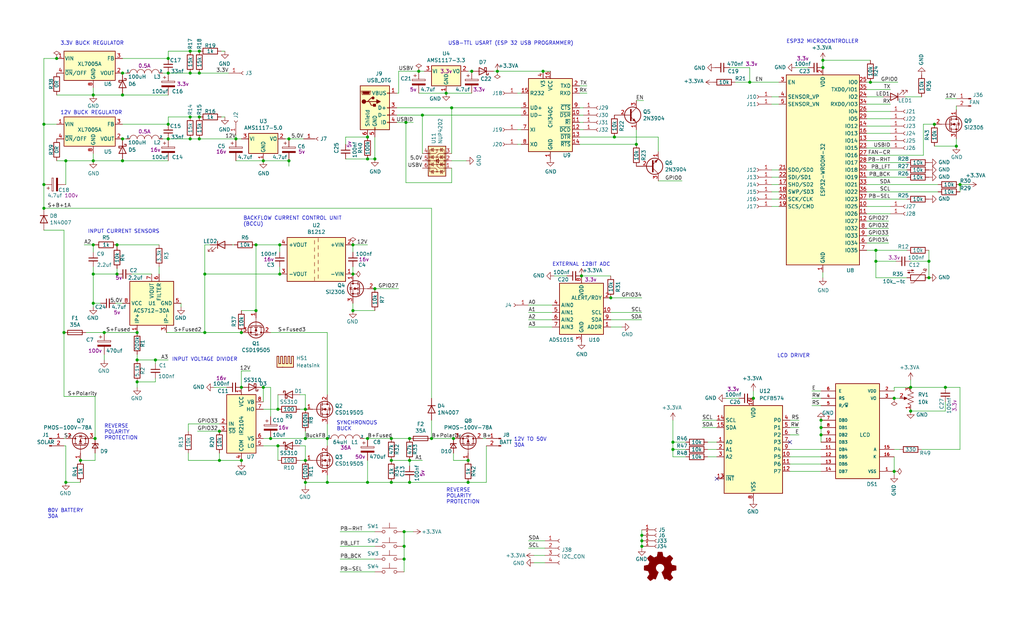
<source format=kicad_sch>
(kicad_sch (version 20211123) (generator eeschema)
  (paper "USLegal")
  (title_block (title "Charge Controller") (date "2022-08-09") (rev "R0.1") (company "repo https://github.com/jharvey/Charge_Controller") (comment 1 "Based on https://github.com/AngeloCasi/FUGU-ARDUINO-MPPT-FIRMWARE"))
  (junction (at 40.64 85.09))
  (junction (at 222.885 189.865))
  (junction (at 212.09 103.505))
  (junction (at 100.33 48.26))
  (junction (at 106.045 160.02))
  (junction (at 40.64 95.25))
  (junction (at 122.555 85.09))
  (junction (at 69.215 40.64))
  (junction (at 22.86 167.64))
  (junction (at 285.75 20.955))
  (junction (at 201.93 95.885))
  (junction (at 97.155 85.09))
  (junction (at 154.94 32.385))
  (junction (at 324.485 43.18))
  (junction (at 58.42 20.32))
  (junction (at 83.82 115.57))
  (junction (at 261.62 138.43))
  (junction (at 127.635 152.4))
  (junction (at 69.215 48.26))
  (junction (at 32.385 55.88))
  (junction (at 113.665 167.64))
  (junction (at 42.545 55.88))
  (junction (at 36.195 115.57))
  (junction (at 100.33 55.88))
  (junction (at 32.385 33.02))
  (junction (at 42.545 33.02))
  (junction (at 22.225 115.57))
  (junction (at 96.52 142.24))
  (junction (at 71.12 95.25))
  (junction (at 310.515 138.43))
  (junction (at 106.045 167.64))
  (junction (at 96.52 154.94))
  (junction (at 32.385 105.41))
  (junction (at 47.625 132.715))
  (junction (at 15.24 72.39))
  (junction (at 222.885 187.96))
  (junction (at 81.915 48.26))
  (junction (at 285.115 151.13))
  (junction (at 188.595 24.765))
  (junction (at 332.105 50.8))
  (junction (at 76.2 160.02))
  (junction (at 42.545 48.26))
  (junction (at 172.72 24.765))
  (junction (at 122.555 95.25))
  (junction (at 47.625 115.57))
  (junction (at 91.44 55.88))
  (junction (at 156.845 37.465))
  (junction (at 91.44 134.62))
  (junction (at 83.82 134.62))
  (junction (at 304.165 86.995))
  (junction (at 66.04 48.26))
  (junction (at 58.42 43.18))
  (junction (at 122.555 107.95))
  (junction (at 69.215 17.78))
  (junction (at 162.56 167.64))
  (junction (at 58.42 25.4))
  (junction (at 106.045 142.24))
  (junction (at 316.23 134.62))
  (junction (at 130.175 55.245))
  (junction (at 140.335 184.785))
  (junction (at 22.86 55.88))
  (junction (at 113.665 152.4))
  (junction (at 142.24 152.4))
  (junction (at 163.83 24.765))
  (junction (at 316.23 142.875))
  (junction (at 146.685 40.005))
  (junction (at 88.9 85.09))
  (junction (at 149.86 152.4))
  (junction (at 140.335 189.865))
  (junction (at 76.2 149.86))
  (junction (at 285.75 23.495))
  (junction (at 328.295 134.62))
  (junction (at 127.635 167.64))
  (junction (at 69.215 25.4))
  (junction (at 127.635 47.625))
  (junction (at 333.375 64.135))
  (junction (at 135.89 160.02))
  (junction (at 53.975 125.095))
  (junction (at 322.58 90.805))
  (junction (at 322.58 96.52))
  (junction (at 140.97 42.545))
  (junction (at 142.24 167.64))
  (junction (at 233.68 153.67))
  (junction (at 135.89 167.64))
  (junction (at 83.82 160.02))
  (junction (at 127.635 55.245))
  (junction (at 27.94 160.02))
  (junction (at 32.385 85.09))
  (junction (at 33.02 152.4))
  (junction (at 302.26 28.575))
  (junction (at 66.04 25.4))
  (junction (at 15.24 64.135))
  (junction (at 233.68 156.21))
  (junction (at 97.155 95.25))
  (junction (at 285.115 146.05))
  (junction (at 213.36 47.625))
  (junction (at 220.98 50.165))
  (junction (at 142.24 160.02))
  (junction (at 58.42 48.26))
  (junction (at 32.385 95.25))
  (junction (at 19.685 20.32))
  (junction (at 42.545 25.4))
  (junction (at 93.98 152.4))
  (junction (at 47.625 125.095))
  (junction (at 66.04 17.78))
  (junction (at 310.515 163.83))
  (junction (at 145.415 24.765))
  (junction (at 260.35 28.575))
  (junction (at 71.12 115.57))
  (junction (at 222.885 186.055))
  (junction (at 130.175 100.33))
  (junction (at 162.56 160.02))
  (junction (at 304.165 90.805))
  (junction (at 135.89 152.4))
  (junction (at 66.04 40.64))
  (junction (at 140.335 194.31))
  (junction (at 285.115 148.59))
  (junction (at 106.045 152.4))
  (junction (at 88.9 107.95))
  (junction (at 15.24 43.18))
  (junction (at 157.48 152.4))
  (no_connect (at 274.32 153.67))
  (no_connect (at 248.92 166.37))
  (wire (pts (xy 300.99 59.055) (xy 314.96 59.055)))
  (wire (pts (xy 113.665 152.4) (xy 113.665 154.94)))
  (wire (pts (xy 280.67 23.495) (xy 276.225 23.495)))
  (wire (pts (xy 99.06 48.26) (xy 100.33 48.26)))
  (wire (pts (xy 332.105 48.26) (xy 332.105 50.8)))
  (wire (pts (xy 66.04 40.64) (xy 58.42 40.64)))
  (wire (pts (xy 314.325 33.655) (xy 320.04 33.655)))
  (wire (pts (xy 277.495 146.05) (xy 274.32 146.05)))
  (wire (pts (xy 233.68 153.67) (xy 238.125 153.67)))
  (wire (pts (xy 47.625 132.715) (xy 47.625 134.62)))
  (wire (pts (xy 310.515 156.21) (xy 312.42 156.21)))
  (wire (pts (xy 22.225 137.795) (xy 22.225 115.57)))
  (wire (pts (xy 316.23 134.62) (xy 328.295 134.62)))
  (wire (pts (xy 56.515 25.4) (xy 58.42 25.4)))
  (wire (pts (xy 58.42 55.88) (xy 42.545 55.88)))
  (wire (pts (xy 183.515 108.585) (xy 191.77 108.585)))
  (wire (pts (xy 300.99 76.835) (xy 308.61 76.835)))
  (wire (pts (xy 149.86 138.43) (xy 149.86 72.39)))
  (wire (pts (xy 97.155 95.25) (xy 71.12 95.25)))
  (wire (pts (xy 104.14 160.02) (xy 106.045 160.02)))
  (wire (pts (xy 300.99 61.595) (xy 314.96 61.595)))
  (wire (pts (xy 277.495 148.59) (xy 274.32 148.59)))
  (wire (pts (xy 66.04 48.26) (xy 58.42 48.26)))
  (wire (pts (xy 140.97 42.545) (xy 140.97 63.5)))
  (wire (pts (xy 300.99 41.275) (xy 309.245 41.275)))
  (wire (pts (xy 118.11 184.785) (xy 130.175 184.785)))
  (wire (pts (xy 138.43 24.765) (xy 145.415 24.765)))
  (wire (pts (xy 213.36 47.625) (xy 228.6 47.625)))
  (wire (pts (xy 106.045 168.91) (xy 106.045 167.64)))
  (wire (pts (xy 300.99 53.975) (xy 320.675 53.975)))
  (wire (pts (xy 122.555 107.95) (xy 130.175 107.95)))
  (wire (pts (xy 233.68 156.21) (xy 238.125 156.21)))
  (wire (pts (xy 281.94 138.43) (xy 285.115 138.43)))
  (wire (pts (xy 32.385 33.02) (xy 42.545 33.02)))
  (wire (pts (xy 300.99 33.655) (xy 306.705 33.655)))
  (wire (pts (xy 245.745 158.75) (xy 248.92 158.75)))
  (wire (pts (xy 300.99 69.215) (xy 314.96 69.215)))
  (wire (pts (xy 65.405 160.02) (xy 65.405 157.48)))
  (wire (pts (xy 156.845 37.465) (xy 180.975 37.465)))
  (wire (pts (xy 253.365 23.495) (xy 260.35 23.495)))
  (wire (pts (xy 127.635 167.64) (xy 113.665 167.64)))
  (wire (pts (xy 71.12 95.25) (xy 71.12 85.09)))
  (wire (pts (xy 233.68 156.21) (xy 233.68 153.67)))
  (wire (pts (xy 222.885 187.96) (xy 222.885 189.865)))
  (wire (pts (xy 19.685 55.88) (xy 22.86 55.88)))
  (wire (pts (xy 201.295 32.385) (xy 203.835 32.385)))
  (wire (pts (xy 267.97 36.195) (xy 270.51 36.195)))
  (wire (pts (xy 322.58 86.995) (xy 322.58 90.805)))
  (wire (pts (xy 32.385 87.63) (xy 32.385 85.09)))
  (wire (pts (xy 157.48 152.4) (xy 149.86 152.4)))
  (wire (pts (xy 140.97 42.545) (xy 137.795 42.545)))
  (wire (pts (xy 42.545 25.4) (xy 43.815 25.4)))
  (wire (pts (xy 76.2 157.48) (xy 76.2 160.02)))
  (wire (pts (xy 79.375 25.4) (xy 69.215 25.4)))
  (wire (pts (xy 162.56 24.765) (xy 163.83 24.765)))
  (wire (pts (xy 127.635 152.4) (xy 135.89 152.4)))
  (wire (pts (xy 106.045 137.16) (xy 104.14 137.16)))
  (wire (pts (xy 32.385 55.88) (xy 42.545 55.88)))
  (wire (pts (xy 320.675 43.18) (xy 324.485 43.18)))
  (wire (pts (xy 238.125 158.75) (xy 233.68 158.75)))
  (wire (pts (xy 40.64 95.25) (xy 40.64 93.345)))
  (wire (pts (xy 179.705 45.085) (xy 180.975 45.085)))
  (wire (pts (xy 118.11 194.31) (xy 130.175 194.31)))
  (wire (pts (xy 156.845 58.42) (xy 156.845 63.5)))
  (wire (pts (xy 322.58 90.805) (xy 322.58 96.52)))
  (wire (pts (xy 201.295 40.005) (xy 202.565 40.005)))
  (wire (pts (xy 27.94 160.02) (xy 33.02 160.02)))
  (wire (pts (xy 243.84 148.59) (xy 248.92 148.59)))
  (wire (pts (xy 222.885 186.055) (xy 222.885 187.96)))
  (wire (pts (xy 222.885 184.15) (xy 222.885 186.055)))
  (wire (pts (xy 310.515 135.89) (xy 310.515 134.62)))
  (wire (pts (xy 245.745 153.67) (xy 248.92 153.67)))
  (wire (pts (xy 40.64 85.725) (xy 40.64 85.09)))
  (wire (pts (xy 69.215 48.26) (xy 66.04 48.26)))
  (wire (pts (xy 285.115 148.59) (xy 285.115 151.13)))
  (wire (pts (xy 52.705 95.25) (xy 45.72 95.25)))
  (wire (pts (xy 142.24 167.005) (xy 142.24 167.64)))
  (wire (pts (xy 267.97 71.755) (xy 270.51 71.755)))
  (wire (pts (xy 40.64 85.09) (xy 55.245 85.09)))
  (wire (pts (xy 135.89 160.02) (xy 142.24 160.02)))
  (wire (pts (xy 267.97 33.655) (xy 270.51 33.655)))
  (wire (pts (xy 91.44 55.88) (xy 81.915 55.88)))
  (wire (pts (xy 29.21 85.09) (xy 32.385 85.09)))
  (wire (pts (xy 32.385 85.09) (xy 33.02 85.09)))
  (wire (pts (xy 22.86 167.64) (xy 27.94 167.64)))
  (wire (pts (xy 32.385 33.02) (xy 32.385 30.48)))
  (wire (pts (xy 267.97 59.055) (xy 270.51 59.055)))
  (wire (pts (xy 302.26 28.575) (xy 311.785 28.575)))
  (wire (pts (xy 285.115 146.05) (xy 285.115 148.59)))
  (wire (pts (xy 56.515 48.26) (xy 58.42 48.26)))
  (wire (pts (xy 15.24 64.135) (xy 15.24 43.18)))
  (wire (pts (xy 202.565 42.545) (xy 201.295 42.545)))
  (wire (pts (xy 53.975 132.715) (xy 53.975 131.445)))
  (wire (pts (xy 300.99 51.435) (xy 309.245 51.435)))
  (wire (pts (xy 302.26 20.955) (xy 285.75 20.955)))
  (wire (pts (xy 100.33 55.88) (xy 91.44 55.88)))
  (wire (pts (xy 81.915 48.26) (xy 83.82 48.26)))
  (wire (pts (xy 140.335 194.31) (xy 140.335 198.755)))
  (wire (pts (xy 122.555 95.25) (xy 122.555 92.71)))
  (wire (pts (xy 93.98 134.62) (xy 91.44 134.62)))
  (wire (pts (xy 228.6 47.625) (xy 228.6 52.705)))
  (wire (pts (xy 212.09 111.125) (xy 222.885 111.125)))
  (wire (pts (xy 53.975 126.365) (xy 53.975 125.095)))
  (wire (pts (xy 142.24 167.64) (xy 135.89 167.64)))
  (wire (pts (xy 255.27 28.575) (xy 260.35 28.575)))
  (wire (pts (xy 309.245 36.195) (xy 300.99 36.195)))
  (wire (pts (xy 15.24 43.18) (xy 15.24 20.32)))
  (wire (pts (xy 47.625 132.715) (xy 53.975 132.715)))
  (wire (pts (xy 58.42 33.02) (xy 42.545 33.02)))
  (wire (pts (xy 88.9 85.09) (xy 97.155 85.09)))
  (wire (pts (xy 183.515 190.5) (xy 189.23 190.5)))
  (wire (pts (xy 76.2 149.86) (xy 68.58 149.86)))
  (wire (pts (xy 22.86 64.135) (xy 22.86 55.88)))
  (wire (pts (xy 304.165 86.995) (xy 314.96 86.995)))
  (wire (pts (xy 57.785 115.57) (xy 71.12 115.57)))
  (wire (pts (xy 309.245 31.115) (xy 300.99 31.115)))
  (wire (pts (xy 183.515 111.125) (xy 191.77 111.125)))
  (wire (pts (xy 36.195 123.19) (xy 36.195 125.095)))
  (wire (pts (xy 83.82 160.02) (xy 83.82 160.655)))
  (wire (pts (xy 191.135 24.765) (xy 188.595 24.765)))
  (wire (pts (xy 47.625 125.095) (xy 47.625 123.19)))
  (wire (pts (xy 15.24 72.39) (xy 15.24 64.135)))
  (wire (pts (xy 328.295 134.62) (xy 333.375 134.62)))
  (wire (pts (xy 149.86 146.05) (xy 149.86 152.4)))
  (wire (pts (xy 15.24 20.32) (xy 19.685 20.32)))
  (wire (pts (xy 325.755 66.675) (xy 300.99 66.675)))
  (wire (pts (xy 83.82 128.905) (xy 83.82 134.62)))
  (wire (pts (xy 32.385 105.41) (xy 32.385 95.25)))
  (wire (pts (xy 220.98 50.165) (xy 220.98 45.085)))
  (wire (pts (xy 66.04 25.4) (xy 58.42 25.4)))
  (wire (pts (xy 304.165 90.805) (xy 311.15 90.805)))
  (wire (pts (xy 106.045 160.02) (xy 106.045 154.94)))
  (wire (pts (xy 212.09 113.665) (xy 215.9 113.665)))
  (wire (pts (xy 285.115 151.13) (xy 285.115 153.67)))
  (wire (pts (xy 106.045 142.24) (xy 106.045 137.16)))
  (wire (pts (xy 260.35 28.575) (xy 270.51 28.575)))
  (wire (pts (xy 135.89 167.64) (xy 127.635 167.64)))
  (wire (pts (xy 42.545 48.26) (xy 43.815 48.26)))
  (wire (pts (xy 180.975 50.165) (xy 179.705 50.165)))
  (wire (pts (xy 201.295 47.625) (xy 213.36 47.625)))
  (wire (pts (xy 86.995 128.905) (xy 83.82 128.905)))
  (wire (pts (xy 222.885 189.865) (xy 222.885 190.5)))
  (wire (pts (xy 300.99 84.455) (xy 308.61 84.455)))
  (wire (pts (xy 171.45 24.765) (xy 172.72 24.765)))
  (wire (pts (xy 300.99 43.815) (xy 309.245 43.815)))
  (wire (pts (xy 270.51 64.135) (xy 267.97 64.135)))
  (wire (pts (xy 106.045 152.4) (xy 113.665 152.4)))
  (wire (pts (xy 135.89 152.4) (xy 142.24 152.4)))
  (wire (pts (xy 314.96 96.52) (xy 304.165 96.52)))
  (wire (pts (xy 201.295 45.085) (xy 202.565 45.085)))
  (wire (pts (xy 32.385 95.25) (xy 32.385 92.71)))
  (wire (pts (xy 310.515 163.83) (xy 310.515 165.1)))
  (wire (pts (xy 185.42 195.58) (xy 189.23 195.58)))
  (wire (pts (xy 69.215 25.4) (xy 66.04 25.4)))
  (wire (pts (xy 140.335 189.865) (xy 140.335 184.785)))
  (wire (pts (xy 277.495 151.13) (xy 274.32 151.13)))
  (wire (pts (xy 81.915 48.26) (xy 81.915 46.99)))
  (wire (pts (xy 33.02 157.48) (xy 33.02 160.02)))
  (wire (pts (xy 256.54 138.43) (xy 252.095 138.43)))
  (wire (pts (xy 333.375 156.21) (xy 320.04 156.21)))
  (wire (pts (xy 310.515 138.43) (xy 312.42 138.43)))
  (wire (pts (xy 325.755 64.135) (xy 300.99 64.135)))
  (wire (pts (xy 22.225 115.57) (xy 22.225 80.01)))
  (wire (pts (xy 157.48 157.48) (xy 157.48 160.02)))
  (wire (pts (xy 122.555 87.63) (xy 122.555 85.09)))
  (wire (pts (xy 162.56 160.02) (xy 157.48 160.02)))
  (wire (pts (xy 161.925 55.88) (xy 156.845 55.88)))
  (wire (pts (xy 233.68 146.05) (xy 233.68 153.67)))
  (wire (pts (xy 22.225 80.01) (xy 15.24 80.01)))
  (wire (pts (xy 274.32 158.75) (xy 285.115 158.75)))
  (wire (pts (xy 267.97 61.595) (xy 270.51 61.595)))
  (wire (pts (xy 201.295 29.845) (xy 203.835 29.845)))
  (wire (pts (xy 65.405 160.02) (xy 76.2 160.02)))
  (wire (pts (xy 36.195 115.57) (xy 47.625 115.57)))
  (wire (pts (xy 22.225 152.4) (xy 22.86 152.4)))
  (wire (pts (xy 300.99 71.755) (xy 309.245 71.755)))
  (wire (pts (xy 333.375 66.675) (xy 333.375 64.135)))
  (wire (pts (xy 91.44 152.4) (xy 93.98 152.4)))
  (wire (pts (xy 53.975 125.095) (xy 58.42 125.095)))
  (wire (pts (xy 58.42 17.78) (xy 58.42 20.32)))
  (wire (pts (xy 81.915 48.26) (xy 69.215 48.26)))
  (wire (pts (xy 300.99 56.515) (xy 314.96 56.515)))
  (wire (pts (xy 285.75 96.52) (xy 285.75 94.615)))
  (wire (pts (xy 118.11 189.865) (xy 130.175 189.865)))
  (wire (pts (xy 196.85 95.885) (xy 192.405 95.885)))
  (wire (pts (xy 33.02 137.795) (xy 22.225 137.795)))
  (wire (pts (xy 118.11 198.755) (xy 130.175 198.755)))
  (wire (pts (xy 212.09 103.505) (xy 222.885 103.505)))
  (wire (pts (xy 130.175 55.245) (xy 127.635 55.245)))
  (wire (pts (xy 328.295 34.29) (xy 332.105 34.29)))
  (wire (pts (xy 55.245 92.71) (xy 55.245 95.25)))
  (wire (pts (xy 243.84 146.05) (xy 248.92 146.05)))
  (wire (pts (xy 106.045 154.94) (xy 104.14 154.94)))
  (wire (pts (xy 274.32 163.83) (xy 285.115 163.83)))
  (wire (pts (xy 100.33 57.785) (xy 100.33 55.88)))
  (wire (pts (xy 122.555 105.41) (xy 122.555 107.95)))
  (wire (pts (xy 71.12 85.09) (xy 73.025 85.09)))
  (wire (pts (xy 156.845 37.465) (xy 156.845 53.34)))
  (wire (pts (xy 40.005 105.41) (xy 42.545 105.41)))
  (wire (pts (xy 83.82 107.95) (xy 88.9 107.95)))
  (wire (pts (xy 78.105 40.64) (xy 76.835 40.64)))
  (wire (pts (xy 332.105 38.1) (xy 332.105 36.83)))
  (wire (pts (xy 300.99 74.295) (xy 309.245 74.295)))
  (wire (pts (xy 78.74 134.62) (xy 74.295 134.62)))
  (wire (pts (xy 300.99 48.895) (xy 309.245 48.895)))
  (wire (pts (xy 58.42 40.64) (xy 58.42 43.18)))
  (wire (pts (xy 78.105 17.78) (xy 76.835 17.78)))
  (wire (pts (xy 162.56 167.64) (xy 142.24 167.64)))
  (wire (pts (xy 97.155 85.09) (xy 97.155 87.63)))
  (wire (pts (xy 260.35 23.495) (xy 260.35 28.575)))
  (wire (pts (xy 274.32 161.29) (xy 285.115 161.29)))
  (wire (pts (xy 300.99 38.735) (xy 309.245 38.735)))
  (wire (pts (xy 106.045 167.64) (xy 113.665 167.64)))
  (wire (pts (xy 172.72 24.765) (xy 188.595 24.765)))
  (wire (pts (xy 126.365 152.4) (xy 127.635 152.4)))
  (wire (pts (xy 333.375 64.135) (xy 336.55 64.135)))
  (wire (pts (xy 137.795 32.385) (xy 138.43 32.385)))
  (wire (pts (xy 316.23 142.875) (xy 328.295 142.875)))
  (wire (pts (xy 316.23 134.62) (xy 316.23 132.08)))
  (wire (pts (xy 245.745 156.21) (xy 248.92 156.21)))
  (wire (pts (xy 88.9 85.09) (xy 88.9 107.95)))
  (wire (pts (xy 93.98 115.57) (xy 113.665 115.57)))
  (wire (pts (xy 81.28 85.09) (xy 80.645 85.09)))
  (wire (pts (xy 83.82 160.02) (xy 76.2 160.02)))
  (wire (pts (xy 270.51 69.215) (xy 267.97 69.215)))
  (wire (pts (xy 228.6 62.865) (xy 236.855 62.865)))
  (wire (pts (xy 15.24 43.18) (xy 19.685 43.18)))
  (wire (pts (xy 201.93 95.885) (xy 212.09 95.885)))
  (wire (pts (xy 300.99 86.995) (xy 304.165 86.995)))
  (wire (pts (xy 201.295 50.165) (xy 220.98 50.165)))
  (wire (pts (xy 332.105 50.8) (xy 324.485 50.8)))
  (wire (pts (xy 22.86 154.94) (xy 22.86 167.64)))
  (wire (pts (xy 163.83 32.385) (xy 154.94 32.385)))
  (wire (pts (xy 304.165 90.805) (xy 304.165 86.995)))
  (wire (pts (xy 183.515 106.045) (xy 191.77 106.045)))
  (wire (pts (xy 168.91 154.94) (xy 168.91 167.64)))
  (wire (pts (xy 65.405 147.32) (xy 76.2 147.32)))
  (wire (pts (xy 143.51 42.545) (xy 140.97 42.545)))
  (wire (pts (xy 130.175 55.245) (xy 130.175 47.625)))
  (wire (pts (xy 167.64 152.4) (xy 168.91 152.4)))
  (wire (pts (xy 93.98 144.78) (xy 93.98 134.62)))
  (wire (pts (xy 32.385 105.41) (xy 34.925 105.41)))
  (wire (pts (xy 122.555 85.09) (xy 127.635 85.09)))
  (wire (pts (xy 69.215 40.64) (xy 66.04 40.64)))
  (wire (pts (xy 261.62 138.43) (xy 261.62 135.89)))
  (wire (pts (xy 310.515 158.75) (xy 310.515 163.83)))
  (wire (pts (xy 42.545 20.32) (xy 58.42 20.32)))
  (wire (pts (xy 127.635 55.245) (xy 120.015 55.245)))
  (wire (pts (xy 212.09 108.585) (xy 222.885 108.585)))
  (wire (pts (xy 96.52 154.94) (xy 96.52 160.02)))
  (wire (pts (xy 185.42 193.04) (xy 189.23 193.04)))
  (wire (pts (xy 100.33 48.26) (xy 105.41 48.26)))
  (wire (pts (xy 47.625 125.095) (xy 53.975 125.095)))
  (wire (pts (xy 120.015 47.625) (xy 127.635 47.625)))
  (wire (pts (xy 66.04 17.78) (xy 58.42 17.78)))
  (wire (pts (xy 145.415 24.765) (xy 147.32 24.765)))
  (wire (pts (xy 310.515 134.62) (xy 316.23 134.62)))
  (wire (pts (xy 168.91 167.64) (xy 162.56 167.64)))
  (wire (pts (xy 300.99 28.575) (xy 302.26 28.575)))
  (wire (pts (xy 71.12 115.57) (xy 71.12 95.25)))
  (wire (pts (xy 29.845 115.57) (xy 36.195 115.57)))
  (wire (pts (xy 113.665 165.1) (xy 113.665 167.64)))
  (wire (pts (xy 316.23 90.805) (xy 322.58 90.805)))
  (wire (pts (xy 179.705 32.385) (xy 180.975 32.385)))
  (wire (pts (xy 300.99 46.355) (xy 309.245 46.355)))
  (wire (pts (xy 33.02 152.4) (xy 33.02 137.795)))
  (wire (pts (xy 130.175 100.33) (xy 138.43 100.33)))
  (wire (pts (xy 142.24 160.02) (xy 146.685 160.02)))
  (wire (pts (xy 183.515 113.665) (xy 191.77 113.665)))
  (wire (pts (xy 106.045 149.86) (xy 106.045 152.4)))
  (wire (pts (xy 91.44 154.94) (xy 96.52 154.94)))
  (wire (pts (xy 91.44 142.24) (xy 96.52 142.24)))
  (wire (pts (xy 71.12 115.57) (xy 83.82 115.57)))
  (wire (pts (xy 62.865 105.41) (xy 62.865 106.68)))
  (wire (pts (xy 104.14 142.24) (xy 106.045 142.24)))
  (wire (pts (xy 32.385 95.25) (xy 40.64 95.25)))
  (wire (pts (xy 220.98 34.925) (xy 223.52 34.925)))
  (wire (pts (xy 281.94 135.89) (xy 285.115 135.89)))
  (wire (pts (xy 233.68 158.75) (xy 233.68 156.21)))
  (wire (pts (xy 140.335 194.31) (xy 140.335 189.865)))
  (wire (pts (xy 142.24 160.02) (xy 142.24 161.925)))
  (wire (pts (xy 140.335 184.785) (xy 143.51 184.785)))
  (wire (pts (xy 96.52 137.16) (xy 96.52 142.24)))
  (wire (pts (xy 120.015 50.165) (xy 120.015 47.625)))
  (wire (pts (xy 91.44 139.7) (xy 91.44 134.62)))
  (wire (pts (xy 137.795 37.465) (xy 156.845 37.465)))
  (wire (pts (xy 138.43 32.385) (xy 138.43 24.765)))
  (wire (pts (xy 42.545 43.18) (xy 58.42 43.18)))
  (wire (pts (xy 333.375 134.62) (xy 333.375 156.21)))
  (wire (pts (xy 274.32 156.21) (xy 285.115 156.21)))
  (wire (pts (xy 146.685 40.005) (xy 146.685 53.34)))
  (wire (pts (xy 304.165 96.52) (xy 304.165 90.805)))
  (wire (pts (xy 32.385 55.88) (xy 32.385 53.34)))
  (wire (pts (xy 113.665 115.57) (xy 113.665 137.16)))
  (wire (pts (xy 69.215 17.78) (xy 66.04 17.78)))
  (wire (pts (xy 113.665 152.4) (xy 113.665 147.32)))
  (wire (pts (xy 127.635 160.02) (xy 127.635 167.64)))
  (wire (pts (xy 149.86 72.39) (xy 15.24 72.39)))
  (wire (pts (xy 316.23 142.24) (xy 316.23 142.875)))
  (wire (pts (xy 156.845 63.5) (xy 140.97 63.5)))
  (wire (pts (xy 19.685 33.02) (xy 32.385 33.02)))
  (wire (pts (xy 32.385 105.41) (xy 32.385 106.68)))
  (wire (pts (xy 22.86 55.88) (xy 32.385 55.88)))
  (wire (pts (xy 285.75 23.495) (xy 285.75 20.955)))
  (wire (pts (xy 300.99 79.375) (xy 308.61 79.375)))
  (wire (pts (xy 201.295 37.465) (xy 202.565 37.465)))
  (wire (pts (xy 93.98 152.4) (xy 106.045 152.4)))
  (wire (pts (xy 267.97 66.675) (xy 270.51 66.675)))
  (wire (pts (xy 320.675 53.975) (xy 320.675 43.18)))
  (wire (pts (xy 22.225 154.94) (xy 22.86 154.94)))
  (wire (pts (xy 281.94 140.97) (xy 285.115 140.97)))
  (wire (pts (xy 328.295 142.875) (xy 328.295 139.7)))
  (wire (pts (xy 146.685 40.005) (xy 180.975 40.005)))
  (wire (pts (xy 300.99 81.915) (xy 308.61 81.915)))
  (wire (pts (xy 137.795 40.005) (xy 146.685 40.005)))
  (wire (pts (xy 183.515 187.96) (xy 189.23 187.96)))
  (wire (pts (xy 97.155 92.71) (xy 97.155 95.25)))
  (wire (pts (xy 154.94 32.385) (xy 145.415 32.385)))
  (wire (pts (xy 65.405 149.86) (xy 65.405 147.32)))
  (text "SYNCHRONOUS\nBUCK" (at 116.84 149.86 0) (effects (font (size 1.27 1.27)) (justify left bottom)))
  (text "3.3V BUCK REGULATOR" (at 20.955 15.875 0) (effects (font (size 1.27 1.27)) (justify left bottom)))
  (text "USB-TTL USART (ESP 32 USB PROGRAMMER)" (at 155.575 15.875 0) (effects (font (size 1.27 1.27)) (justify left bottom)))
  (text "BACKFLOW CURRENT CONTROL UNIT\n(BCCU)" (at 84.455 78.74 0) (effects (font (size 1.27 1.27)) (justify left bottom)))
  (text "12V BUCK REGULATOR" (at 20.955 40.005 0) (effects (font (size 1.27 1.27)) (justify left bottom)))
  (text "80V BATTERY\n30A" (at 16.51 180.34 0) (effects (font (size 1.27 1.27)) (justify left bottom)))
  (text "INPUT CURRENT SENSORS" (at 30.48 81.28 0) (effects (font (size 1.27 1.27)) (justify left bottom)))
  (text "REVERSE \nPOLARITY\nPROTECTION" (at 154.94 175.26 0) (effects (font (size 1.27 1.27)) (justify left bottom)))
  (text "REVERSE \nPOLARITY\nPROTECTION" (at 36.195 153.035 0) (effects (font (size 1.27 1.27)) (justify left bottom)))
  (text "LCD DRIVER" (at 269.875 124.46 0) (effects (font (size 1.27 1.27)) (justify left bottom)))
  (text "INPUT VOLTAGE DIVIDER" (at 59.69 125.73 0) (effects (font (size 1.27 1.27)) (justify left bottom)))
  (text "12V TO 50V\n30A" (at 178.435 155.575 0) (effects (font (size 1.27 1.27)) (justify left bottom)))
  (text "ESP32 MICROCONTROLLER" (at 273.05 15.24 0) (effects (font (size 1.27 1.27)) (justify left bottom)))
  (text "EXTERNAL 12BIT ADC" (at 191.77 92.71 0) (effects (font (size 1.27 1.27)) (justify left bottom)))
  (label "LED1" (at 304.165 33.655 0))
  (label "GPIO0" (at 236.855 62.865 180))
  (label "GPIO27" (at 138.43 100.33 180))
  (label "5.0V" (at 105.41 48.26 180))
  (label "A0" (at 183.515 106.045 0))
  (label "TX" (at 203.835 29.845 180))
  (label "A2" (at 183.515 111.125 0))
  (label "PB-SEL" (at 309.245 69.215 180))
  (label "EN" (at 262.255 28.575 0))
  (label "B+Polarity" (at 149.86 152.4 0))
  (label "S+Fused2" (at 60.325 115.57 0))
  (label "S+Polarity" (at 23.495 137.795 0))
  (label "USBID" (at 309.245 51.435 180))
  (label "USBV" (at 138.43 24.765 0))
  (label "GPIO34" (at 222.885 103.505 180))
  (label "B+Fused" (at 127.635 152.4 0))
  (label "FAN-CR" (at 309.245 53.975 180))
  (label "SDA" (at 183.515 187.96 0))
  (label "SDA" (at 243.84 148.59 0))
  (label "5.0V" (at 146.685 55.88 180))
  (label "GPIO33" (at 68.58 147.32 0))
  (label "12V" (at 127.635 85.09 180))
  (label "PB_BCK" (at 309.245 61.595 180))
  (label "RS" (at 281.94 140.97 0))
  (label "12V" (at 81.915 48.26 180))
  (label "BuckFB" (at 106.045 152.4 0))
  (label "PB-SEL" (at 118.11 198.755 0))
  (label "A1" (at 183.515 108.585 0))
  (label "SCL" (at 183.515 190.5 0))
  (label "RW" (at 281.94 138.43 0))
  (label "USBID" (at 143.51 42.545 180))
  (label "GPIO32" (at 68.58 149.86 0))
  (label "SCL" (at 309.245 66.675 180))
  (label "A3" (at 58.42 125.095 180))
  (label "RX" (at 203.835 32.385 180))
  (label "E" (at 281.94 135.89 0))
  (label "RX" (at 309.245 36.195 180))
  (label "E" (at 277.495 151.13 180))
  (label "A2" (at 29.21 85.09 0))
  (label "GPIO34" (at 308.61 84.455 180))
  (label "B+" (at 167.64 152.4 0))
  (label "GPIO27" (at 308.61 76.835 180))
  (label "PB_BCK" (at 118.11 194.31 0))
  (label "A1" (at 146.685 160.02 180))
  (label "PB-RHT" (at 118.11 184.785 0))
  (label "SDA" (at 222.885 111.125 180))
  (label "12V" (at 86.995 128.905 180))
  (label "5.0V" (at 42.545 105.41 180))
  (label "SCL" (at 243.84 146.05 0))
  (label "RW" (at 277.495 148.59 180))
  (label "GPIO32" (at 308.61 79.375 180))
  (label "3.3V" (at 79.375 25.4 180))
  (label "SDA" (at 309.245 64.135 180))
  (label "S+B+1A" (at 16.51 72.39 0))
  (label "GPIO0" (at 311.785 28.575 180))
  (label "RS" (at 277.495 146.05 180))
  (label "SCL" (at 222.885 108.585 180))
  (label "USBV" (at 146.685 58.42 180))
  (label "12V" (at 328.295 34.29 0))
  (label "PB_LFT" (at 309.245 59.055 180))
  (label "S+Fused" (at 36.83 115.57 0))
  (label "A3" (at 183.515 113.665 0))
  (label "TX" (at 309.245 31.115 180))
  (label "GPIO33" (at 308.61 81.915 180))
  (label "EN" (at 223.52 34.925 180))
  (label "PB_LFT" (at 118.11 189.865 0))
  (label "S+" (at 22.225 152.4 0))
  (label "PB-RHT" (at 309.245 56.515 180))
  (label "S+Fused3" (at 96.52 115.57 0))
  (symbol (lib_id "RF_Module:ESP32-WROOM-32") (at 285.75 59.055 0) (unit 1)
    (property "Reference" "U8" (at 295.275 93.98 0))
    (property "Value" "ESP32-WROOM-32" (at 285.75 59.055 90))
    (property "Footprint" "RF_Module:ESP32-WROOM-32" (effects hide))
    (property "Datasheet" "https://www.espressif.com/sites/default/files/documentation/esp32-wroom-32_datasheet_en.pdf" (effects hide))
    (property "jlcpcb" "C701343" (effects hide))
  )
  (symbol (lib_id "power:GND") (at 285.75 96.52 0) (unit 1)
    (property "Reference" "#PWR026" (effects hide))
    (property "Value" "GND" (at 285.877 100.9142 0))
  )
  (symbol (lib_id "Device:R") (at 318.77 56.515 270) (unit 1)
    (property "Reference" "R28" (at 313.69 55.245 90))
    (property "Value" "10k" (at 318.77 56.515 90))
    (property "Footprint" "Resistor_SMD:R_0805_2012Metric" (effects hide))
    (property "jlcpcb" "C17724" (effects hide))
  )
  (symbol (lib_id "Device:R") (at 318.77 59.055 270) (unit 1)
    (property "Reference" "R27" (at 313.69 57.785 90))
    (property "Value" "10k" (at 318.77 59.055 90))
    (property "Footprint" "Resistor_SMD:R_0805_2012Metric" (effects hide))
    (property "jlcpcb" "C17724" (effects hide))
  )
  (symbol (lib_id "Device:R") (at 318.77 61.595 270) (unit 1)
    (property "Reference" "R26" (at 313.69 60.325 90))
    (property "Value" "10k" (at 318.77 61.595 90))
    (property "Footprint" "Resistor_SMD:R_0805_2012Metric" (effects hide))
    (property "jlcpcb" "C17724" (effects hide))
  )
  (symbol (lib_id "Device:R") (at 318.77 69.215 270) (unit 1)
    (property "Reference" "R25" (at 313.69 67.945 90))
    (property "Value" "10k" (at 318.77 69.215 90))
    (property "Footprint" "Resistor_SMD:R_0805_2012Metric" (effects hide))
    (property "jlcpcb" "C17724" (effects hide))
  )
  (symbol (lib_id "power:GND") (at 322.58 69.215 90) (unit 1)
    (property "Reference" "#PWR031" (effects hide))
    (property "Value" "GND" (at 325.8312 69.088 90) (effects (justify right)))
  )
  (symbol (lib_id "Device:R") (at 302.26 24.765 180) (unit 1)
    (property "Reference" "R24" (at 304.165 24.765 90))
    (property "Value" "10k" (at 302.26 24.765 90))
    (property "Footprint" "Resistor_SMD:R_0805_2012Metric" (effects hide))
    (property "jlcpcb" "C17724" (effects hide))
  )
  (symbol (lib_id "Device:R") (at 329.565 66.675 270) (unit 1)
    (property "Reference" "R29" (at 335.28 65.405 90))
    (property "Value" "10k" (at 329.565 66.675 90))
    (property "Footprint" "Resistor_SMD:R_0805_2012Metric" (effects hide))
    (property "jlcpcb" "C17724" (effects hide))
  )
  (symbol (lib_id "Device:R") (at 329.565 64.135 270) (unit 1)
    (property "Reference" "R30" (at 335.28 62.865 90))
    (property "Value" "10k" (at 329.565 64.135 90))
    (property "Footprint" "Resistor_SMD:R_0805_2012Metric" (effects hide))
    (property "jlcpcb" "C17724" (effects hide))
  )
  (symbol (lib_id "power:+3.3VA") (at 336.55 64.135 270) (unit 1)
    (property "Reference" "#PWR034" (effects hide))
    (property "Value" "+3.3V" (at 335.28 60.96 90) (effects (justify left)))
  )
  (symbol (lib_id "Device:LED") (at 310.515 33.655 180) (unit 1)
    (property "Reference" "LED1" (at 314.325 34.925 0))
    (property "Value" "LED" (effects hide))
    (property "Footprint" "LED_SMD:LED_0805_2012Metric" (effects hide))
    (property "jlcpcb" "C84256" (effects hide))
  )
  (symbol (lib_id "Device:R") (at 320.04 29.845 0) (unit 1)
    (property "Reference" "R36" (at 322.58 29.845 90))
    (property "Value" "10k" (at 320.04 29.845 90))
    (property "Footprint" "Resistor_SMD:R_0805_2012Metric" (effects hide))
    (property "jlcpcb" "C17724" (effects hide))
  )
  (symbol (lib_id "power:GND") (at 320.04 26.035 180) (unit 1)
    (property "Reference" "#PWR033" (effects hide))
    (property "Value" "GND" (at 319.913 22.7838 90) (effects (justify right)))
  )
  (symbol (lib_id "Device:R") (at 318.77 86.995 270) (unit 1)
    (property "Reference" "R12" (at 313.69 85.725 90))
    (property "Value" "10k" (at 318.77 86.995 90))
    (property "Footprint" "Resistor_SMD:R_0805_2012Metric" (effects hide))
    (property "jlcpcb" "C17724" (effects hide))
  )
  (symbol (lib_id "power:GND") (at 322.58 61.595 90) (unit 1)
    (property "Reference" "#PWR030" (effects hide))
    (property "Value" "GND" (at 325.8312 61.468 90) (effects (justify right)))
  )
  (symbol (lib_id "power:GND") (at 322.58 59.055 90) (unit 1)
    (property "Reference" "#PWR029" (effects hide))
    (property "Value" "GND" (at 325.8312 58.928 90) (effects (justify right)))
  )
  (symbol (lib_id "power:GND") (at 322.58 56.515 90) (unit 1)
    (property "Reference" "#PWR028" (effects hide))
    (property "Value" "GND" (at 325.8312 56.388 90) (effects (justify right)))
  )
  (symbol (lib_id "Device:R") (at 251.46 28.575 270) (unit 1)
    (property "Reference" "R21" (at 257.175 27.305 90))
    (property "Value" "10k" (at 251.46 28.575 90))
    (property "Footprint" "Resistor_SMD:R_0805_2012Metric" (effects hide))
    (property "jlcpcb" "C17724" (effects hide))
  )
  (symbol (lib_id "power:+3.3VA") (at 247.65 28.575 90) (unit 1)
    (property "Reference" "#PWR020" (effects hide))
    (property "Value" "+3.3V" (at 244.3988 28.194 90) (effects (justify left)))
  )
  (symbol (lib_id "power:+3.3VA") (at 285.75 20.955 0) (mirror y) (unit 1)
    (property "Reference" "#PWR025" (effects hide))
    (property "Value" "+3.3V" (at 285.369 16.5608 0))
  )
  (symbol (lib_id "power:GND") (at 276.225 23.495 270) (mirror x) (unit 1)
    (property "Reference" "#PWR024" (effects hide))
    (property "Value" "GND" (at 272.9738 23.368 90) (effects (justify right)))
  )
  (symbol (lib_id "Device:C_Small") (at 283.21 23.495 90) (mirror x) (unit 1)
    (property "Reference" "C23" (at 279.4 24.765 90))
    (property "Value" "100nf" (at 278.765 22.225 90))
    (property "Footprint" "Capacitor_SMD:C_0805_2012Metric" (effects hide))
    (property "Field4" "3.3v" (at 278.765 20.32 90))
    (property "jlcpcb" "C28233" (effects hide))
  )
  (symbol (lib_id "Interface_USB:CH340G") (at 191.135 40.005 0) (unit 1)
    (property "Reference" "U9" (at 196.85 53.975 0))
    (property "Value" "CH340C" (at 191.135 40.64 90))
    (property "Footprint" "Package_SO:STC_SOP-16_3.9x9.9mm_P1.27mm" (effects hide))
    (property "Datasheet" "http://www.datasheet5.com/pdf-local-2195953" (effects hide))
    (property "jlcpcb" "C84681" (effects hide))
  )
  (symbol (lib_id "Device:C_Small") (at 250.825 23.495 270) (unit 1)
    (property "Reference" "C19" (at 254.635 24.765 90))
    (property "Value" "470nf" (at 255.27 22.225 90))
    (property "Footprint" "Capacitor_SMD:C_0805_2012Metric" (effects hide))
    (property "Field4" "3.3v" (at 260.985 22.225 90))
    (property "jlcpcb" "C13967" (effects hide))
  )
  (symbol (lib_id "power:GND") (at 248.285 23.495 270) (unit 1)
    (property "Reference" "#PWR021" (effects hide))
    (property "Value" "GND" (at 245.0338 23.622 90) (effects (justify right)))
  )
  (symbol (lib_id "Regulator_Linear:AMS1117-3.3") (at 154.94 24.765 0) (unit 1)
    (property "Reference" "U4" (at 154.94 18.6182 0))
    (property "Value" "AMS1117-3.3" (at 154.94 20.9296 0))
    (property "Footprint" "Package_TO_SOT_SMD:SOT-223-3_TabPin2" (effects hide))
    (property "Datasheet" "http://www.advanced-monolithic.com/pdf/ds1117.pdf" (effects hide))
    (property "Field4" "3.3v" (at 154.94 24.765 0))
    (property "jlcpcb" "C6186" (effects hide))
  )
  (symbol (lib_id "Device:C_Small") (at 313.69 90.805 270) (unit 1)
    (property "Reference" "C12" (at 317.5 92.075 90))
    (property "Value" "100nf" (at 318.135 89.535 90))
    (property "Footprint" "Capacitor_SMD:C_0805_2012Metric" (effects hide))
    (property "Field4" "3.3v" (at 310.515 89.535 90))
    (property "jlcpcb" "C28233" (effects hide))
  )
  (symbol (lib_id "power:GND") (at 322.58 96.52 90) (unit 1)
    (property "Reference" "#PWR032" (effects hide))
    (property "Value" "GND" (at 325.8312 96.393 90) (effects (justify right)))
  )
  (symbol (lib_id "Connector:USB_B_Micro") (at 130.175 37.465 0) (unit 1)
    (property "Reference" "J9" (at 131.6228 25.6032 0))
    (property "Value" "USB_OTG" (at 131.6228 27.9146 0))
    (property "Footprint" "Connector_USB:USB_Micro-AB_Molex_47590-0001" (effects hide))
    (property "jlcpcb" "C136001" (effects hide))
  )
  (symbol (lib_id "Device:Thermistor_NTC") (at 318.77 96.52 270) (unit 1)
    (property "Reference" "R35" (at 311.785 95.25 90))
    (property "Value" "10k_-tc" (at 310.515 97.79 90))
    (property "Footprint" "Connector_PinHeader_2.54mm:PinHeader_1x02_P2.54mm_Vertical" (effects hide))
    (property "Digikey" "BC2380-ND" (effects hide))
    (property "jlcpcb" "NA" (effects hide))
  )
  (symbol (lib_id "Device:D_Schottky") (at 167.64 24.765 180) (unit 1)
    (property "Reference" "D7" (at 167.64 21.6154 0))
    (property "Value" "SS310" (effects hide))
    (property "Footprint" "Diode_SMD:D_SMA" (effects hide))
    (property "jlcpcb" "C15874" (effects hide))
  )
  (symbol (lib_id "Device:R") (at 213.36 43.815 180) (unit 1)
    (property "Reference" "R22" (at 215.9 43.815 90))
    (property "Value" "10k" (at 213.36 43.815 90))
    (property "Footprint" "Resistor_SMD:R_0805_2012Metric" (effects hide))
    (property "jlcpcb" "C17724" (effects hide))
  )
  (symbol (lib_id "Transistor_BJT:2N3904") (at 226.06 57.785 0) (mirror x) (unit 1)
    (property "Reference" "Q6" (at 230.886 56.6166 0) (effects (justify left)))
    (property "Value" "2N3904" (at 230.886 58.928 0) (effects (justify left)))
    (property "Footprint" "Package_TO_SOT_SMD:SOT-23" (effects hide))
    (property "Datasheet" "https://www.fairchildsemi.com/datasheets/2N/2N3904.pdf" (effects hide))
    (property "jlcpcb" "C18536" (effects hide))
  )
  (symbol (lib_id "Transistor_BJT:2N3904") (at 218.44 40.005 0) (unit 1)
    (property "Reference" "Q5" (at 223.266 38.8366 0) (effects (justify left)))
    (property "Value" "2N3904" (at 223.266 41.148 0) (effects (justify left)))
    (property "Footprint" "Package_TO_SOT_SMD:SOT-23" (effects hide))
    (property "Datasheet" "https://www.fairchildsemi.com/datasheets/2N/2N3904.pdf" (effects hide))
    (property "jlcpcb" "C18536" (effects hide))
  )
  (symbol (lib_id "Device:R") (at 220.98 53.975 180) (unit 1)
    (property "Reference" "R23" (at 223.52 53.975 90))
    (property "Value" "10k" (at 220.98 53.975 90))
    (property "Footprint" "Resistor_SMD:R_0805_2012Metric" (effects hide))
    (property "jlcpcb" "C17724" (effects hide))
  )
  (symbol (lib_id "Device:C_Polarized") (at 163.83 28.575 0) (unit 1)
    (property "Reference" "C22" (at 166.8272 27.4066 0) (effects (justify left)))
    (property "Value" "4.7uf" (at 158.115 31.115 0) (effects (justify left)))
    (property "Footprint" "Capacitor_SMD:C_0805_2012Metric" (effects hide))
    (property "Field4" "3.3v" (at 166.37 31.115 0))
    (property "jlcpcb" "C1779" (effects hide))
  )
  (symbol (lib_id "Device:C_Polarized") (at 145.415 28.575 0) (unit 1)
    (property "Reference" "C21" (at 139.065 27.305 0) (effects (justify left)))
    (property "Value" "4.7uf" (at 146.05 31.115 0) (effects (justify left)))
    (property "Footprint" "Capacitor_SMD:C_0805_2012Metric" (effects hide))
    (property "Field4" "5v" (at 143.51 31.115 0))
    (property "jlcpcb" "C1779" (effects hide))
  )
  (symbol (lib_id "power:GND") (at 154.94 32.385 0) (unit 1)
    (property "Reference" "#PWR022" (effects hide))
    (property "Value" "GND" (at 151.13 34.29 0))
  )
  (symbol (lib_id "power:GND") (at 130.175 55.245 0) (unit 1)
    (property "Reference" "#PWR019" (effects hide))
    (property "Value" "GND" (at 130.302 59.6392 0))
  )
  (symbol (lib_id "power:GND") (at 191.135 55.245 0) (unit 1)
    (property "Reference" "#PWR027" (effects hide))
    (property "Value" "GND" (at 191.262 59.6392 0))
  )
  (symbol (lib_id "Connector:Conn_01x01_Female") (at 174.625 45.085 180) (unit 1)
    (property "Reference" "J19" (at 172.72 45.085 0))
    (property "Value" "Conn_01x01_Female" (effects hide))
    (property "Footprint" "TestPoint:TestPoint_Loop_D3.50mm_Drill0.9mm_Beaded" (effects hide))
    (property "jlcpcb" "NA" (effects hide))
  )
  (symbol (lib_id "power:+3.3VA") (at 172.72 24.765 0) (unit 1)
    (property "Reference" "#PWR023" (effects hide))
    (property "Value" "+3.3V" (at 176.53 22.86 0))
  )
  (symbol (lib_id "Connector:Conn_01x01_Female") (at 174.625 50.165 180) (unit 1)
    (property "Reference" "J20" (at 172.72 50.165 0))
    (property "Value" "Conn_01x01_Female" (effects hide))
    (property "Footprint" "TestPoint:TestPoint_Loop_D3.50mm_Drill0.9mm_Beaded" (effects hide))
    (property "jlcpcb" "NA" (effects hide))
  )
  (symbol (lib_id "Connector:Conn_01x01_Female") (at 207.645 45.085 0) (unit 1)
    (property "Reference" "J32" (at 209.55 45.085 0))
    (property "Value" "Conn_01x01_Female" (effects hide))
    (property "Footprint" "TestPoint:TestPoint_Loop_D3.50mm_Drill0.9mm_Beaded" (effects hide))
    (property "jlcpcb" "NA" (effects hide))
  )
  (symbol (lib_id "Connector:Conn_01x01_Female") (at 207.645 42.545 0) (unit 1)
    (property "Reference" "J31" (at 209.55 42.545 0))
    (property "Value" "Conn_01x01_Female" (effects hide))
    (property "Footprint" "TestPoint:TestPoint_Loop_D3.50mm_Drill0.9mm_Beaded" (effects hide))
    (property "jlcpcb" "NA" (effects hide))
  )
  (symbol (lib_id "Connector:Conn_01x01_Female") (at 207.645 40.005 0) (unit 1)
    (property "Reference" "J30" (at 209.55 40.005 0))
    (property "Value" "Conn_01x01_Female" (effects hide))
    (property "Footprint" "TestPoint:TestPoint_Loop_D3.50mm_Drill0.9mm_Beaded" (effects hide))
    (property "jlcpcb" "NA" (effects hide))
  )
  (symbol (lib_id "Connector:Conn_01x01_Female") (at 207.645 37.465 0) (unit 1)
    (property "Reference" "J29" (at 209.55 37.465 0))
    (property "Value" "Conn_01x01_Female" (effects hide))
    (property "Footprint" "TestPoint:TestPoint_Loop_D3.50mm_Drill0.9mm_Beaded" (effects hide))
    (property "jlcpcb" "NA" (effects hide))
  )
  (symbol (lib_id "Connector:Conn_01x01_Female") (at 174.625 32.385 180) (unit 1)
    (property "Reference" "J18" (at 172.72 32.385 0))
    (property "Value" "Conn_01x01_Female" (effects hide))
    (property "Footprint" "TestPoint:TestPoint_Loop_D3.50mm_Drill0.9mm_Beaded" (effects hide))
    (property "jlcpcb" "NA" (effects hide))
  )
  (symbol (lib_id "Analog_ADC:ADS1015IDGS") (at 201.93 108.585 0) (unit 1)
    (property "Reference" "U10" (at 206.375 118.11 0))
    (property "Value" "ADS1015" (at 194.945 118.11 0))
    (property "Footprint" "Package_SO:TSSOP-10_3x3mm_P0.5mm" (effects hide))
    (property "Datasheet" "http://www.ti.com/lit/ds/symlink/ads1015.pdf" (effects hide))
    (property "jlcpcb" "C193969" (effects hide))
  )
  (symbol (lib_id "power:+3.3VA") (at 201.93 95.885 0) (mirror y) (unit 1)
    (property "Reference" "#PWR016" (effects hide))
    (property "Value" "+3.3V" (at 205.74 93.98 0))
  )
  (symbol (lib_id "power:GND") (at 192.405 95.885 270) (mirror x) (unit 1)
    (property "Reference" "#PWR014" (effects hide))
    (property "Value" "GND" (at 189.1538 95.758 90) (effects (justify right)))
  )
  (symbol (lib_id "Device:C_Small") (at 199.39 95.885 90) (mirror x) (unit 1)
    (property "Reference" "C20" (at 195.58 97.155 90))
    (property "Value" "100nf" (at 194.945 94.615 90))
    (property "Footprint" "Capacitor_SMD:C_0805_2012Metric" (effects hide))
    (property "Field4" "3.3v" (at 205.105 97.155 90))
    (property "jlcpcb" "C28233" (effects hide))
  )
  (symbol (lib_id "power:GND") (at 201.93 118.745 0) (unit 1)
    (property "Reference" "#PWR017" (effects hide))
    (property "Value" "GND" (at 202.057 123.1392 0))
  )
  (symbol (lib_id "Device:R") (at 212.09 99.695 180) (unit 1)
    (property "Reference" "R31" (at 214.63 99.695 90))
    (property "Value" "10k" (at 212.09 99.695 90))
    (property "Footprint" "Resistor_SMD:R_0805_2012Metric" (effects hide))
    (property "jlcpcb" "C17724" (effects hide))
  )
  (symbol (lib_id "power:GND") (at 215.9 113.665 90) (unit 1)
    (property "Reference" "#PWR018" (effects hide))
    (property "Value" "GND" (at 217.805 116.205 90))
  )
  (symbol (lib_id "Connector:Conn_01x01_Female") (at 262.89 33.655 180) (unit 1)
    (property "Reference" "J10" (at 260.985 33.655 0))
    (property "Value" "Conn_01x01_Female" (effects hide))
    (property "Footprint" "TestPoint:TestPoint_Loop_D3.50mm_Drill0.9mm_Beaded" (effects hide))
    (property "jlcpcb" "NA" (effects hide))
  )
  (symbol (lib_id "Connector:Conn_01x01_Female") (at 262.89 36.195 180) (unit 1)
    (property "Reference" "J11" (at 260.985 36.195 0))
    (property "Value" "Conn_01x01_Female" (effects hide))
    (property "Footprint" "TestPoint:TestPoint_Loop_D3.50mm_Drill0.9mm_Beaded" (effects hide))
    (property "jlcpcb" "NA" (effects hide))
  )
  (symbol (lib_id "Connector:Conn_01x01_Female") (at 262.89 59.055 180) (unit 1)
    (property "Reference" "J12" (at 260.985 59.055 0))
    (property "Value" "Conn_01x01_Female" (effects hide))
    (property "Footprint" "TestPoint:TestPoint_Loop_D3.50mm_Drill0.9mm_Beaded" (effects hide))
    (property "jlcpcb" "NA" (effects hide))
  )
  (symbol (lib_id "Connector:Conn_01x01_Female") (at 262.89 61.595 180) (unit 1)
    (property "Reference" "J13" (at 260.985 61.595 0))
    (property "Value" "Conn_01x01_Female" (effects hide))
    (property "Footprint" "TestPoint:TestPoint_Loop_D3.50mm_Drill0.9mm_Beaded" (effects hide))
    (property "jlcpcb" "NA" (effects hide))
  )
  (symbol (lib_id "Connector:Conn_01x01_Female") (at 262.89 64.135 180) (unit 1)
    (property "Reference" "J14" (at 260.985 64.135 0))
    (property "Value" "Conn_01x01_Female" (effects hide))
    (property "Footprint" "TestPoint:TestPoint_Loop_D3.50mm_Drill0.9mm_Beaded" (effects hide))
    (property "jlcpcb" "NA" (effects hide))
  )
  (symbol (lib_id "Connector:Conn_01x01_Female") (at 262.89 66.675 180) (unit 1)
    (property "Reference" "J15" (at 260.985 66.675 0))
    (property "Value" "Conn_01x01_Female" (effects hide))
    (property "Footprint" "TestPoint:TestPoint_Loop_D3.50mm_Drill0.9mm_Beaded" (effects hide))
    (property "jlcpcb" "NA" (effects hide))
  )
  (symbol (lib_id "Connector:Conn_01x01_Female") (at 262.89 69.215 180) (unit 1)
    (property "Reference" "J16" (at 260.985 69.215 0))
    (property "Value" "Conn_01x01_Female" (effects hide))
    (property "Footprint" "TestPoint:TestPoint_Loop_D3.50mm_Drill0.9mm_Beaded" (effects hide))
    (property "jlcpcb" "NA" (effects hide))
  )
  (symbol (lib_id "Connector:Conn_01x01_Female") (at 262.89 71.755 180) (unit 1)
    (property "Reference" "J17" (at 260.985 71.755 0))
    (property "Value" "Conn_01x01_Female" (effects hide))
    (property "Footprint" "TestPoint:TestPoint_Loop_D3.50mm_Drill0.9mm_Beaded" (effects hide))
    (property "jlcpcb" "NA" (effects hide))
  )
  (symbol (lib_id "Connector:Conn_01x01_Female") (at 314.325 41.275 0) (unit 1)
    (property "Reference" "J22" (at 316.23 41.275 0))
    (property "Value" "Conn_01x01_Female" (effects hide))
    (property "Footprint" "TestPoint:TestPoint_Loop_D3.50mm_Drill0.9mm_Beaded" (effects hide))
    (property "jlcpcb" "NA" (effects hide))
  )
  (symbol (lib_id "Connector:Conn_01x01_Female") (at 314.325 38.735 0) (unit 1)
    (property "Reference" "J21" (at 316.23 38.735 0))
    (property "Value" "Conn_01x01_Female" (effects hide))
    (property "Footprint" "TestPoint:TestPoint_Loop_D3.50mm_Drill0.9mm_Beaded" (effects hide))
    (property "jlcpcb" "NA" (effects hide))
  )
  (symbol (lib_id "Connector:Conn_01x01_Female") (at 314.325 71.755 0) (unit 1)
    (property "Reference" "J27" (at 316.23 71.755 0))
    (property "Value" "Conn_01x01_Female" (effects hide))
    (property "Footprint" "TestPoint:TestPoint_Loop_D3.50mm_Drill0.9mm_Beaded" (effects hide))
    (property "jlcpcb" "NA" (effects hide))
  )
  (symbol (lib_id "Connector:Conn_01x01_Female") (at 314.325 51.435 0) (unit 1)
    (property "Reference" "J26" (at 316.23 51.435 0))
    (property "Value" "Conn_01x01_Female" (effects hide))
    (property "Footprint" "TestPoint:TestPoint_Loop_D3.50mm_Drill0.9mm_Beaded" (effects hide))
    (property "jlcpcb" "NA" (effects hide))
  )
  (symbol (lib_id "Connector:Conn_01x01_Female") (at 314.325 48.895 0) (unit 1)
    (property "Reference" "J25" (at 316.23 48.895 0))
    (property "Value" "Conn_01x01_Female" (effects hide))
    (property "Footprint" "TestPoint:TestPoint_Loop_D3.50mm_Drill0.9mm_Beaded" (effects hide))
    (property "jlcpcb" "NA" (effects hide))
  )
  (symbol (lib_id "Connector:Conn_01x01_Female") (at 314.325 46.355 0) (unit 1)
    (property "Reference" "J24" (at 316.23 46.355 0))
    (property "Value" "Conn_01x01_Female" (effects hide))
    (property "Footprint" "TestPoint:TestPoint_Loop_D3.50mm_Drill0.9mm_Beaded" (effects hide))
    (property "jlcpcb" "NA" (effects hide))
  )
  (symbol (lib_id "Connector:Conn_01x01_Female") (at 314.325 43.815 0) (unit 1)
    (property "Reference" "J23" (at 316.23 43.815 0))
    (property "Value" "Conn_01x01_Female" (effects hide))
    (property "Footprint" "TestPoint:TestPoint_Loop_D3.50mm_Drill0.9mm_Beaded" (effects hide))
    (property "jlcpcb" "NA" (effects hide))
  )
  (symbol (lib_id "Connector:Conn_01x01_Female") (at 314.325 74.295 0) (unit 1)
    (property "Reference" "J28" (at 316.23 74.295 0))
    (property "Value" "Conn_01x01_Female" (effects hide))
    (property "Footprint" "TestPoint:TestPoint_Loop_D3.50mm_Drill0.9mm_Beaded" (effects hide))
    (property "jlcpcb" "NA" (effects hide))
  )
  (symbol (lib_id "Regulator_Switching:GL2576-3.3SF8DR") (at 32.385 45.72 0) (unit 1)
    (property "Reference" "U5" (at 37.465 52.705 0))
    (property "Value" "XL7005A" (at 31.115 45.085 0))
    (property "Footprint" "Package_SO:SOIC-8_3.9x4.9mm_P1.27mm" (effects hide))
    (property "Datasheet" "http://www.dianyuan.com/bbs/u/54/437861181916300.pdf" (effects hide))
    (property "jlcpcb" "C50848" (effects hide))
  )
  (symbol (lib_id "power:GND") (at 32.385 55.88 0) (unit 1)
    (property "Reference" "#PWR03" (effects hide))
    (property "Value" "GND" (at 32.512 60.2742 0))
  )
  (symbol (lib_id "Device:R") (at 66.04 44.45 180) (unit 1)
    (property "Reference" "R14" (at 66.04 38.1 90))
    (property "Value" "15k" (at 66.04 44.45 90))
    (property "Footprint" "Resistor_SMD:R_0805_2012Metric" (effects hide))
    (property "jlcpcb" "C17475" (effects hide))
  )
  (symbol (lib_id "Device:C_Small") (at 58.42 45.72 180) (unit 1)
    (property "Reference" "C15" (at 60.96 43.815 0))
    (property "Value" "33nf" (at 61.595 47.625 0))
    (property "Footprint" "Capacitor_SMD:C_0805_2012Metric" (effects hide))
    (property "Field4" "5v" (effects hide))
    (property "jlcpcb" "C53175" (effects hide))
  )
  (symbol (lib_id "Regulator_Linear:AMS1117-3.3") (at 91.44 48.26 0) (unit 1)
    (property "Reference" "U3" (at 91.44 42.1132 0))
    (property "Value" "AMS1117-5.0" (at 91.44 44.4246 0))
    (property "Footprint" "Package_TO_SOT_SMD:SOT-223-3_TabPin2" (effects hide))
    (property "Datasheet" "http://www.advanced-monolithic.com/pdf/ds1117.pdf" (effects hide))
    (property "Field4" "5.0v" (effects hide))
    (property "jlcpcb" "C6187" (effects hide))
  )
  (symbol (lib_id "Device:C_Polarized") (at 100.33 52.07 0) (unit 1)
    (property "Reference" "C6" (at 103.3272 50.9016 0) (effects (justify left)))
    (property "Value" "4.7uf" (at 94.615 54.61 0) (effects (justify left)))
    (property "Footprint" "Capacitor_SMD:C_0805_2012Metric" (effects hide))
    (property "Field4" "5v" (at 104.775 52.705 0))
    (property "jlcpcb" "C1779" (effects hide))
  )
  (symbol (lib_id "Device:C_Polarized") (at 81.915 52.07 0) (unit 1)
    (property "Reference" "C5" (at 75.565 50.8 0) (effects (justify left)))
    (property "Value" "4.7uf" (at 82.55 54.61 0) (effects (justify left)))
    (property "Footprint" "Capacitor_SMD:C_0805_2012Metric" (effects hide))
    (property "Field4" "16v" (at 76.835 52.705 0))
    (property "jlcpcb" "C1779" (effects hide))
  )
  (symbol (lib_id "Device:R") (at 19.685 52.07 180) (unit 1)
    (property "Reference" "R39" (at 17.78 52.07 90))
    (property "Value" "0R" (at 19.685 52.07 90))
    (property "Footprint" "Resistor_SMD:R_0603_1608Metric" (effects hide))
    (property "jlcpcb" "C21189" (effects hide))
  )
  (symbol (lib_id "pspice:INDUCTOR") (at 50.165 48.26 0) (unit 1)
    (property "Reference" "L2" (at 54.61 49.53 0))
    (property "Value" "100uH" (at 47.625 49.53 0))
    (property "Footprint" "Inductor_SMD:L_Taiyo-Yuden_NR-60xx_HandSoldering" (effects hide))
    (property "Field4" "0.5A" (at 50.165 45.72 0))
    (property "jlcpcb" "C88132" (effects hide))
  )
  (symbol (lib_id "Device:R") (at 69.215 44.45 180) (unit 1)
    (property "Reference" "R15" (at 69.215 38.1 90))
    (property "Value" "15k" (at 69.215 44.45 90))
    (property "Footprint" "Resistor_SMD:R_0805_2012Metric" (effects hide))
    (property "jlcpcb" "C17475" (effects hide))
  )
  (symbol (lib_id "Device:R") (at 73.025 40.64 270) (mirror x) (unit 1)
    (property "Reference" "R16" (at 73.025 38.735 90))
    (property "Value" "1k" (at 73.025 40.64 90))
    (property "Footprint" "Resistor_SMD:R_0805_2012Metric" (effects hide))
    (property "jlcpcb" "C17513" (effects hide))
  )
  (symbol (lib_id "Device:D_Schottky") (at 42.545 52.07 270) (unit 1)
    (property "Reference" "D5" (at 44.5516 52.07 90) (effects (justify left)))
    (property "Value" "SS310" (effects hide))
    (property "Footprint" "Diode_SMD:D_SMA" (effects hide))
    (property "jlcpcb" "C15874" (effects hide))
  )
  (symbol (lib_id "power:GND") (at 78.105 40.64 0) (mirror y) (unit 1)
    (property "Reference" "#PWR010" (effects hide))
    (property "Value" "GND" (at 77.978 45.0342 0))
  )
  (symbol (lib_id "Device:C_Polarized") (at 58.42 52.07 0) (unit 1)
    (property "Reference" "C14" (at 59.69 54.61 0) (effects (justify left)))
    (property "Value" "100uf" (at 52.705 54.61 0) (effects (justify left)))
    (property "Footprint" "Capacitor_SMD:CP_Elec_8x10" (effects hide))
    (property "Field4" "16v" (at 53.975 52.07 0))
    (property "jlcpcb" "C445063" (effects hide))
  )
  (symbol (lib_id "Device:C_Polarized") (at 19.05 64.135 90) (unit 1)
    (property "Reference" "C18" (at 24.13 66.04 90) (effects (justify left)))
    (property "Value" "4.7uf" (at 21.59 67.945 90) (effects (justify left)))
    (property "Footprint" "Capacitor_THT:CP_Radial_D10.0mm_P5.00mm" (effects hide))
    (property "Field4" "100v" (at 24.765 67.945 90))
    (property "Digikey" "399-ESH107M100AH4AA-ND" (effects hide))
    (property "jlcpcb" "NA" (effects hide))
  )
  (symbol (lib_id "Regulator_Switching:CRE1S1212SC") (at 109.855 90.17 0) (mirror y) (unit 1)
    (property "Reference" "U2" (at 109.855 78.3082 0))
    (property "Value" "B1212" (at 109.855 80.6196 0))
    (property "Footprint" "Converter_DCDC:Converter_DCDC_muRata_CRE1xxxxxxSC_THT" (effects hide))
    (property "Datasheet" "http://power.murata.com/datasheet?/data/power/ncl/kdc_cre1.pdf" (effects hide))
    (property "jlcpcb" "C5127060" (effects hide))
  )
  (symbol (lib_id "Regulator_Switching:GL2576-3.3SF8DR") (at 32.385 22.86 0) (unit 1)
    (property "Reference" "U6" (at 37.465 29.21 0))
    (property "Value" "XL7005A" (at 31.115 22.225 0))
    (property "Footprint" "Package_SO:SOIC-8_3.9x4.9mm_P1.27mm" (effects hide))
    (property "Datasheet" "http://www.dianyuan.com/bbs/u/54/437861181916300.pdf" (effects hide))
    (property "jlcpcb" "C50848" (effects hide))
  )
  (symbol (lib_id "power:GND") (at 32.385 33.02 0) (unit 1)
    (property "Reference" "#PWR02" (effects hide))
    (property "Value" "GND" (at 32.385 36.83 0))
  )
  (symbol (lib_id "Device:R") (at 66.04 21.59 180) (unit 1)
    (property "Reference" "R17" (at 66.04 15.24 90))
    (property "Value" "15k" (at 66.04 21.59 90))
    (property "Footprint" "Resistor_SMD:R_0805_2012Metric" (effects hide))
    (property "jlcpcb" "C17475" (effects hide))
  )
  (symbol (lib_id "Device:C_Small") (at 58.42 22.86 180) (unit 1)
    (property "Reference" "C17" (at 60.96 20.955 0))
    (property "Value" "33nf" (at 61.595 24.765 0))
    (property "Footprint" "Capacitor_SMD:C_0805_2012Metric" (effects hide))
    (property "Field4" "5v" (effects hide))
    (property "jlcpcb" "C53175" (effects hide))
  )
  (symbol (lib_id "Device:R") (at 19.685 29.21 180) (unit 1)
    (property "Reference" "R38" (at 17.78 29.21 90))
    (property "Value" "0R" (at 19.685 29.21 90))
    (property "Footprint" "Resistor_SMD:R_0603_1608Metric" (effects hide))
    (property "jlcpcb" "C21189" (effects hide))
  )
  (symbol (lib_id "pspice:INDUCTOR") (at 50.165 25.4 0) (unit 1)
    (property "Reference" "L3" (at 54.61 26.67 0))
    (property "Value" "100uH" (at 47.625 26.67 0))
    (property "Footprint" "Inductor_SMD:L_Taiyo-Yuden_NR-60xx_HandSoldering" (effects hide))
    (property "Field4" "0.5A" (at 50.165 22.86 0))
    (property "jlcpcb" "C88132" (effects hide))
  )
  (symbol (lib_id "Device:R") (at 69.215 21.59 180) (unit 1)
    (property "Reference" "R18" (at 69.215 15.24 90))
    (property "Value" "15k" (at 69.215 21.59 90))
    (property "Footprint" "Resistor_SMD:R_0805_2012Metric" (effects hide))
    (property "jlcpcb" "C17475" (effects hide))
  )
  (symbol (lib_id "Device:R") (at 73.025 17.78 270) (mirror x) (unit 1)
    (property "Reference" "R19" (at 73.025 15.875 90))
    (property "Value" "1k" (at 73.025 17.78 90))
    (property "Footprint" "Resistor_SMD:R_0805_2012Metric" (effects hide))
    (property "jlcpcb" "C17513" (effects hide))
  )
  (symbol (lib_id "Device:D_Schottky") (at 42.545 29.21 270) (unit 1)
    (property "Reference" "D6" (at 44.5516 29.21 90) (effects (justify left)))
    (property "Value" "SS310" (effects hide))
    (property "Footprint" "Diode_SMD:D_SMA" (effects hide))
    (property "jlcpcb" "C15874" (effects hide))
  )
  (symbol (lib_id "power:GND") (at 78.105 17.78 0) (mirror y) (unit 1)
    (property "Reference" "#PWR09" (effects hide))
    (property "Value" "GND" (at 77.978 22.1742 0))
  )
  (symbol (lib_id "Device:C_Polarized") (at 58.42 29.21 0) (unit 1)
    (property "Reference" "C16" (at 59.69 31.75 0) (effects (justify left)))
    (property "Value" "100uf" (at 52.705 31.75 0) (effects (justify left)))
    (property "Footprint" "Capacitor_SMD:CP_Elec_8x10" (effects hide))
    (property "Field4" "3.3v" (at 63.5 29.21 0))
    (property "jlcpcb" "C445063" (effects hide))
  )
  (symbol (lib_id "power:GND") (at 91.44 55.88 0) (unit 1)
    (property "Reference" "#PWR012" (effects hide))
    (property "Value" "GND" (at 91.567 60.2742 0))
  )
  (symbol (lib_id "Device:LED") (at 76.835 85.09 0) (unit 1)
    (property "Reference" "LED2" (at 73.025 83.82 0))
    (property "Value" "LED" (effects hide))
    (property "Footprint" "LED_SMD:LED_0805_2012Metric" (effects hide))
    (property "jlcpcb" "C84256" (effects hide))
  )
  (symbol (lib_id "Device:R") (at 85.09 85.09 90) (unit 1)
    (property "Reference" "R6" (at 85.09 82.55 90))
    (property "Value" "10k" (at 85.09 85.09 90))
    (property "Footprint" "Resistor_SMD:R_0805_2012Metric" (effects hide))
    (property "jlcpcb" "C17724" (effects hide))
  )
  (symbol (lib_id "pspice:INDUCTOR") (at 120.015 152.4 0) (unit 1)
    (property "Reference" "L1" (at 123.19 153.67 0))
    (property "Value" "64uH" (at 118.11 153.67 0))
    (property "Footprint" "Inductor_THT:L_Axial_L30.0mm_D8.0mm_P35.56mm_Horizontal_Fastron_77A" (effects hide))
    (property "Field4" "36A" (at 120.015 155.575 0))
    (property "jlcpcb" "NA" (effects hide))
  )
  (symbol (lib_id "Sensor_Current:ACS712xLCTR-30A") (at 52.705 105.41 90) (unit 1)
    (property "Reference" "U1" (at 51.435 105.41 90) (effects (justify right)))
    (property "Value" "ACS712-30A" (at 46.355 107.95 90) (effects (justify right)))
    (property "Footprint" "Package_SO:SOIC-8_3.9x4.9mm_P1.27mm" (effects hide))
    (property "Datasheet" "http://www.allegromicro.com/~/media/Files/Datasheets/ACS712-Datasheet.ashx?la=en" (effects hide))
    (property "jlcpcb" "C9932" (effects hide))
  )
  (symbol (lib_id "Device:Fuse") (at 26.035 115.57 270) (unit 1)
    (property "Reference" "F1" (at 26.035 110.5662 90))
    (property "Value" "35A" (at 26.035 112.8776 90))
    (property "Footprint" "Fuse:Fuseholder_Blade_Mini_Keystone_3568" (effects hide))
    (property "Digikey" "36-3568-10-ND" (effects hide))
    (property "jlcpcb" "NA" (effects hide))
  )
  (symbol (lib_id "Driver_FET:IR2104") (at 83.82 147.32 0) (unit 1)
    (property "Reference" "U7" (at 86.995 158.75 0))
    (property "Value" "IR2104" (at 83.82 147.955 90))
    (property "Footprint" "Package_SO:SOIC-8_3.9x4.9mm_P1.27mm" (effects hide))
    (property "Datasheet" "https://www.infineon.com/dgdl/ir2104.pdf?fileId=5546d462533600a4015355c7c1c31671" (effects hide))
    (property "jlcpcb" "C2960" (effects hide))
  )
  (symbol (lib_id "Connector:Conn_01x02_Male") (at 17.145 152.4 0) (unit 1)
    (property "Reference" "J1" (at 15.875 151.13 0))
    (property "Value" "SOLAR" (at 15.875 153.67 0))
    (property "Footprint" "Phoenix_10.16_terminal_1709681:Phoenix_10.16_terminal_1709681" (effects hide))
    (property "Digikey" "277-13746-ND" (effects hide))
    (property "jlcpcb" "NA" (effects hide))
  )
  (symbol (lib_id "Connector:Conn_01x02_Male") (at 173.99 152.4 0) (mirror y) (unit 1)
    (property "Reference" "J8" (at 174.625 151.13 0) (effects (justify right)))
    (property "Value" "BATT" (at 173.355 153.67 0) (effects (justify right)))
    (property "Footprint" "Phoenix_10.16_terminal_1709681:Phoenix_10.16_terminal_1709681" (effects hide))
    (property "Digikey" "277-13746-ND" (effects hide))
    (property "jlcpcb" "NA" (effects hide))
  )
  (symbol (lib_id "Connector:Conn_01x01_Female") (at 84.455 25.4 0) (unit 1)
    (property "Reference" "J3" (at 86.36 25.4 0))
    (property "Value" "Conn_01x01_Female" (effects hide))
    (property "Footprint" "TestPoint:TestPoint_Loop_D3.50mm_Drill0.9mm_Beaded" (effects hide))
    (property "jlcpcb" "NA" (effects hide))
  )
  (symbol (lib_id "Connector:Conn_01x01_Female") (at 110.49 48.26 0) (unit 1)
    (property "Reference" "J7" (at 112.395 48.26 0))
    (property "Value" "Conn_01x01_Female" (effects hide))
    (property "Footprint" "TestPoint:TestPoint_Loop_D3.50mm_Drill0.9mm_Beaded" (effects hide))
    (property "jlcpcb" "NA" (effects hide))
  )
  (symbol (lib_id "Connector:Conn_01x01_Female") (at 81.915 41.91 90) (unit 1)
    (property "Reference" "J2" (at 81.915 40.005 0))
    (property "Value" "Conn_01x01_Female" (effects hide))
    (property "Footprint" "TestPoint:TestPoint_Loop_D3.50mm_Drill0.9mm_Beaded" (effects hide))
    (property "jlcpcb" "NA" (effects hide))
  )
  (symbol (lib_id "Connector:Conn_01x01_Female") (at 227.965 184.15 0) (unit 1)
    (property "Reference" "J5" (at 229.87 184.15 0))
    (property "Value" "Conn_01x01_Female" (effects hide))
    (property "Footprint" "TestPoint:TestPoint_Loop_D3.50mm_Drill0.9mm_Beaded" (effects hide))
    (property "jlcpcb" "NA" (effects hide))
  )
  (symbol (lib_id "Connector:Conn_01x01_Female") (at 227.965 186.055 0) (unit 1)
    (property "Reference" "J6" (at 229.87 186.055 0))
    (property "Value" "Conn_01x01_Female" (effects hide))
    (property "Footprint" "TestPoint:TestPoint_Loop_D3.50mm_Drill0.9mm_Beaded" (effects hide))
    (property "jlcpcb" "NA" (effects hide))
  )
  (symbol (lib_id "Diode:1N4007") (at 15.24 76.2 270) (unit 1)
    (property "Reference" "D8" (at 17.2466 75.0316 90) (effects (justify left)))
    (property "Value" "1N4007" (at 17.2466 77.343 90) (effects (justify left)))
    (property "Footprint" "Diode_SMD:D_SMA" (effects hide))
    (property "Datasheet" "http://www.vishay.com/docs/88503/1n4001.pdf" (effects hide))
    (property "jlcpcb" "C727081" (effects hide))
  )
  (symbol (lib_id "Diode:1N4007") (at 149.86 142.24 270) (unit 1)
    (property "Reference" "D4" (at 151.8666 141.0716 90) (effects (justify left)))
    (property "Value" "1N4007" (at 151.8666 143.383 90) (effects (justify left)))
    (property "Footprint" "Diode_SMD:D_SMA" (effects hide))
    (property "Datasheet" "http://www.vishay.com/docs/88503/1n4001.pdf" (effects hide))
    (property "jlcpcb" "C727081" (effects hide))
  )
  (symbol (lib_id "power:GND") (at 62.865 106.68 0) (unit 1)
    (property "Reference" "#PWR07" (effects hide))
    (property "Value" "GND" (at 64.77 110.49 0) (effects (justify right)))
  )
  (symbol (lib_id "power:GND") (at 32.385 106.68 0) (unit 1)
    (property "Reference" "#PWR04" (effects hide))
    (property "Value" "GND" (at 34.29 110.49 0) (effects (justify right)))
  )
  (symbol (lib_id "power:GND") (at 22.86 167.64 0) (unit 1)
    (property "Reference" "#PWR01" (effects hide))
    (property "Value" "GND" (at 24.765 171.45 0) (effects (justify right)))
  )
  (symbol (lib_id "Device:C_Small") (at 37.465 105.41 90) (unit 1)
    (property "Reference" "C24" (at 34.925 106.68 90))
    (property "Value" "4.7uf" (at 41.275 106.68 90))
    (property "Footprint" "Capacitor_SMD:C_0805_2012Metric" (effects hide))
    (property "Field4" "5v" (at 40.64 108.585 90))
    (property "jlcpcb" "C1779" (effects hide))
  )
  (symbol (lib_id "Device:C_Small") (at 43.18 95.25 90) (unit 1)
    (property "Reference" "C2" (at 46.355 93.98 90))
    (property "Value" "2.2uf" (at 46.99 96.52 90))
    (property "Footprint" "Capacitor_SMD:C_0805_2012Metric" (effects hide))
    (property "jlcpcb" "C49217" (effects hide))
    (property "Field4" "5v" (at 41.275 96.52 90))
  )
  (symbol (lib_id "Device:C_Small") (at 32.385 90.17 0) (unit 1)
    (property "Reference" "C9" (at 34.925 88.265 0))
    (property "Value" "2.2uf" (at 36.195 92.075 0))
    (property "Footprint" "Capacitor_SMD:C_0805_2012Metric" (effects hide))
    (property "jlcpcb" "C49217" (effects hide))
  )
  (symbol (lib_id "Device:R") (at 36.83 85.09 90) (unit 1)
    (property "Reference" "R5" (at 36.83 82.55 90))
    (property "Value" "1k" (at 36.83 85.09 90))
    (property "Footprint" "Resistor_SMD:R_0805_2012Metric" (effects hide))
    (property "jlcpcb" "C17513" (effects hide))
  )
  (symbol (lib_id "Device:R") (at 55.245 88.9 180) (unit 1)
    (property "Reference" "R3" (at 57.785 88.9 90))
    (property "Value" "3.3k" (at 55.245 88.9 90))
    (property "Footprint" "Resistor_SMD:R_0805_2012Metric" (effects hide))
    (property "jlcpcb" "C26010" (effects hide))
  )
  (symbol (lib_id "Device:R") (at 40.64 89.535 0) (unit 1)
    (property "Reference" "R4" (at 42.545 89.535 90))
    (property "Value" "10k" (at 40.64 89.535 90))
    (property "Footprint" "Resistor_SMD:R_0805_2012Metric" (effects hide))
    (property "jlcpcb" "C17724" (effects hide))
  )
  (symbol (lib_id "Device:C_Small") (at 122.555 90.17 0) (mirror y) (unit 1)
    (property "Reference" "C4" (at 125.73 92.075 0))
    (property "Value" "100nf" (at 126.365 88.265 0))
    (property "Footprint" "Capacitor_SMD:C_0805_2012Metric" (effects hide))
    (property "Field4" "16v" (at 126.365 90.17 0))
    (property "jlcpcb" "C28233" (effects hide))
  )
  (symbol (lib_id "Device:C_Small") (at 97.155 90.17 0) (unit 1)
    (property "Reference" "C3" (at 93.98 92.075 0))
    (property "Value" "100nf" (at 93.345 88.265 0))
    (property "Footprint" "Capacitor_SMD:C_0805_2012Metric" (effects hide))
    (property "Field4" "16v" (at 93.345 90.17 0))
    (property "jlcpcb" "C28233" (effects hide))
  )
  (symbol (lib_id "Device:Q_NMOS_DGS") (at 125.095 100.33 0) (mirror y) (unit 1)
    (property "Reference" "Q4" (at 119.888 99.1616 0) (effects (justify left)))
    (property "Value" "Si2306" (at 119.888 101.473 0) (effects (justify left)))
    (property "Footprint" "Package_TO_SOT_SMD:SOT-23" (effects hide))
    (property "jlcpcb" "C347489" (effects hide))
  )
  (symbol (lib_id "Device:R") (at 130.175 104.14 0) (unit 1)
    (property "Reference" "R7" (at 132.715 104.14 90))
    (property "Value" "10k" (at 130.175 104.14 90))
    (property "Footprint" "Resistor_SMD:R_0805_2012Metric" (effects hide))
    (property "jlcpcb" "C17724" (effects hide))
  )
  (symbol (lib_id "power:GND") (at 122.555 107.95 0) (unit 1)
    (property "Reference" "#PWR015" (effects hide))
    (property "Value" "GND" (at 124.46 111.76 0) (effects (justify right)))
  )
  (symbol (lib_id "Device:Q_NMOS_GDS") (at 88.9 113.03 270) (unit 1)
    (property "Reference" "Q1" (at 88.9 119.3546 90))
    (property "Value" "CSD19505" (at 88.9 121.666 90))
    (property "Footprint" "Package_TO_SOT_THT:TO-220-3_Vertical" (effects hide))
    (property "jlcpcb" "C485534" (effects hide))
  )
  (symbol (lib_id "Device:Q_NMOS_GDS") (at 111.125 160.02 0) (unit 1)
    (property "Reference" "Q3" (at 116.3066 158.8516 0) (effects (justify left)))
    (property "Value" "CSD19505" (at 116.3066 161.163 0) (effects (justify left)))
    (property "Footprint" "Package_TO_SOT_THT:TO-220-3_Vertical" (effects hide))
    (property "jlcpcb" "C485534" (effects hide))
  )
  (symbol (lib_id "Device:D_Schottky") (at 100.33 154.94 0) (unit 1)
    (property "Reference" "D2" (at 102.235 153.67 0) (effects (justify left)))
    (property "Value" "SS310" (at 97.155 157.48 0) (effects (justify left)))
    (property "Footprint" "Diode_SMD:D_SMA" (effects hide))
    (property "jlcpcb" "C15874" (effects hide))
  )
  (symbol (lib_id "Device:R") (at 100.33 160.02 90) (unit 1)
    (property "Reference" "R10" (at 100.33 162.56 90))
    (property "Value" "100" (at 100.33 160.02 90))
    (property "Footprint" "Resistor_SMD:R_0805_2012Metric" (effects hide))
    (property "jlcpcb" "C17408" (effects hide))
  )
  (symbol (lib_id "Device:R") (at 106.045 163.83 0) (unit 1)
    (property "Reference" "R11" (at 107.95 163.83 90))
    (property "Value" "100k" (at 106.045 163.83 90))
    (property "Footprint" "Resistor_SMD:R_0805_2012Metric" (effects hide))
    (property "jlcpcb" "C149504" (effects hide))
  )
  (symbol (lib_id "power:GND") (at 83.82 160.655 0) (unit 1)
    (property "Reference" "#PWR011" (effects hide))
    (property "Value" "GND" (at 85.725 164.465 0) (effects (justify right)))
  )
  (symbol (lib_id "power:GND") (at 106.045 168.91 0) (unit 1)
    (property "Reference" "#PWR013" (effects hide))
    (property "Value" "GND" (at 107.95 172.72 0) (effects (justify right)))
  )
  (symbol (lib_id "Device:D_Schottky") (at 87.63 134.62 180) (unit 1)
    (property "Reference" "D3" (at 92.71 133.35 0) (effects (justify left)))
    (property "Value" "SS310" (at 90.805 132.08 0) (effects (justify left)))
    (property "Footprint" "Diode_SMD:D_SMA" (effects hide))
    (property "jlcpcb" "C15874" (effects hide))
  )
  (symbol (lib_id "Device:C_Polarized") (at 93.98 148.59 0) (unit 1)
    (property "Reference" "C10" (at 94.615 146.05 0) (effects (justify left)))
    (property "Value" "10uf" (at 94.615 151.13 0) (effects (justify left)))
    (property "Footprint" "Capacitor_SMD:C_0805_2012Metric" (effects hide))
    (property "Field4" "16v" (at 98.425 148.59 0))
    (property "jlcpcb" "C15850" (effects hide))
  )
  (symbol (lib_id "Device:R") (at 47.625 119.38 0) (unit 1)
    (property "Reference" "R1" (at 49.53 119.38 90))
    (property "Value" "200k" (at 47.625 119.38 90))
    (property "Footprint" "Resistor_SMD:R_0805_2012Metric" (effects hide))
    (property "jlcpcb" "C17539" (effects hide))
  )
  (symbol (lib_id "Device:R") (at 47.625 128.905 0) (unit 1)
    (property "Reference" "R2" (at 49.53 128.905 90))
    (property "Value" "5.1k" (at 47.625 128.905 90))
    (property "Footprint" "Resistor_SMD:R_0805_2012Metric" (effects hide))
    (property "jlcpcb" "C27834" (effects hide))
  )
  (symbol (lib_id "power:GND") (at 47.625 134.62 0) (unit 1)
    (property "Reference" "#PWR06" (effects hide))
    (property "Value" "GND" (at 49.53 138.43 0) (effects (justify right)))
  )
  (symbol (lib_id "Device:C_Small") (at 53.975 128.905 0) (mirror y) (unit 1)
    (property "Reference" "C1" (at 56.515 127 0))
    (property "Value" "100nf" (at 57.785 130.81 0))
    (property "Footprint" "Capacitor_SMD:C_0805_2012Metric" (effects hide))
    (property "Field4" "5v" (effects hide))
    (property "jlcpcb" "C28233" (effects hide))
  )
  (symbol (lib_id "Device:C_Polarized") (at 36.195 119.38 0) (unit 1)
    (property "Reference" "C7" (at 29.845 118.11 0) (effects (justify left)))
    (property "Value" "470uf" (at 36.83 121.92 0) (effects (justify left)))
    (property "Footprint" "Capacitor_THT:CP_Axial_L30.0mm_D18.0mm_P35.00mm_Horizontal" (effects hide))
    (property "Digikey" "4100PHBK-ND" (effects hide))
    (property "jlcpcb" "NA" (effects hide))
    (property "Field4" "100v" (at 33.02 121.92 0))
  )
  (symbol (lib_id "power:GND") (at 36.195 125.095 0) (unit 1)
    (property "Reference" "#PWR05" (effects hide))
    (property "Value" "GND" (at 38.1 128.905 0) (effects (justify right)))
  )
  (symbol (lib_id "power:GND") (at 74.295 134.62 270) (mirror x) (unit 1)
    (property "Reference" "#PWR08" (effects hide))
    (property "Value" "GND" (at 71.0438 134.493 90) (effects (justify right)))
  )
  (symbol (lib_id "Device:C_Small") (at 81.28 134.62 90) (mirror x) (unit 1)
    (property "Reference" "C11" (at 77.47 135.89 90))
    (property "Value" "100nf" (at 76.835 133.35 90))
    (property "Footprint" "Capacitor_SMD:C_0805_2012Metric" (effects hide))
    (property "Field4" "16v" (at 76.835 131.445 90))
    (property "jlcpcb" "C28233" (effects hide))
  )
  (symbol (lib_id "Device:Q_NMOS_GDS") (at 111.125 142.24 0) (unit 1)
    (property "Reference" "Q2" (at 116.3066 141.0716 0) (effects (justify left)))
    (property "Value" "CSD19505" (at 116.3066 143.383 0) (effects (justify left)))
    (property "Footprint" "Package_TO_SOT_THT:TO-220-3_Vertical" (effects hide))
    (property "jlcpcb" "C485534" (effects hide))
  )
  (symbol (lib_id "Device:D_Schottky") (at 100.33 137.16 0) (unit 1)
    (property "Reference" "D1" (at 102.235 135.89 0) (effects (justify left)))
    (property "Value" "SS310" (at 97.155 139.7 0) (effects (justify left)))
    (property "Footprint" "Diode_SMD:D_SMA" (effects hide))
    (property "jlcpcb" "C15874" (effects hide))
  )
  (symbol (lib_id "Device:R") (at 100.33 142.24 90) (unit 1)
    (property "Reference" "R9" (at 100.33 144.78 90))
    (property "Value" "100" (at 100.33 142.24 90))
    (property "Footprint" "Resistor_SMD:R_0805_2012Metric" (effects hide))
    (property "jlcpcb" "C17408" (effects hide))
  )
  (symbol (lib_id "Device:R") (at 106.045 146.05 0) (unit 1)
    (property "Reference" "R8" (at 107.95 146.05 90))
    (property "Value" "100k" (at 106.045 146.05 90))
    (property "Footprint" "Resistor_SMD:R_0805_2012Metric" (effects hide))
    (property "jlcpcb" "C149504" (effects hide))
  )
  (symbol (lib_id "Device:Fuse") (at 146.05 152.4 270) (unit 1)
    (property "Reference" "F2" (at 146.05 147.3962 90))
    (property "Value" "35A" (at 146.05 149.7076 90))
    (property "Footprint" "Fuse:Fuseholder_Blade_Mini_Keystone_3568" (effects hide))
    (property "Digikey" "36-3568-10-ND" (effects hide))
    (property "jlcpcb" "NA" (effects hide))
  )
  (symbol (lib_id "Device:C_Polarized") (at 127.635 156.21 0) (unit 1)
    (property "Reference" "C8" (at 129.54 153.67 0) (effects (justify left)))
    (property "Value" "470uf" (at 128.27 158.75 0) (effects (justify left)))
    (property "Footprint" "Capacitor_THT:CP_Axial_L30.0mm_D18.0mm_P35.00mm_Horizontal" (effects hide))
    (property "Digikey" "4100PHBK-ND" (effects hide))
    (property "jlcpcb" "NA" (effects hide))
    (property "Field4" "50v" (at 125.095 158.75 0))
  )
  (symbol (lib_id "Device:R") (at 135.89 156.21 0) (unit 1)
    (property "Reference" "R32" (at 137.795 156.21 90))
    (property "Value" "47k" (at 135.89 156.21 90))
    (property "Footprint" "Resistor_SMD:R_0805_2012Metric" (effects hide))
    (property "jlcpcb" "C17713" (effects hide))
  )
  (symbol (lib_id "Device:R") (at 142.24 156.21 0) (unit 1)
    (property "Reference" "R33" (at 144.145 156.21 90))
    (property "Value" "47k" (at 142.24 156.21 90))
    (property "Footprint" "Resistor_SMD:R_0805_2012Metric" (effects hide))
    (property "jlcpcb" "C17713" (effects hide))
  )
  (symbol (lib_id "Device:R") (at 135.89 163.83 0) (unit 1)
    (property "Reference" "R34" (at 137.795 163.83 90))
    (property "Value" "1k" (at 135.89 163.83 90))
    (property "Footprint" "Resistor_SMD:R_0805_2012Metric" (effects hide))
    (property "jlcpcb" "C17513" (effects hide))
  )
  (symbol (lib_id "Device:C_Small") (at 142.24 164.465 0) (mirror y) (unit 1)
    (property "Reference" "C13" (at 139.7 163.83 90))
    (property "Value" "100nf" (at 144.78 164.465 90))
    (property "Footprint" "Capacitor_SMD:C_0805_2012Metric" (effects hide))
    (property "Field4" "5v" (at 146.685 164.465 90))
    (property "jlcpcb" "C28233" (effects hide))
  )
  (symbol (lib_id "Device:R") (at 83.82 111.76 180) (unit 1)
    (property "Reference" "R37" (at 81.28 111.76 90))
    (property "Value" "10k" (at 83.82 111.76 90))
    (property "Footprint" "Resistor_SMD:R_0805_2012Metric" (effects hide))
    (property "jlcpcb" "C17724" (effects hide))
  )
  (symbol (lib_id "Connector:Conn_01x01_Female") (at 178.435 106.045 180) (unit 1)
    (property "Reference" "J4" (at 176.53 106.045 0))
    (property "Value" "Conn_01x01_Female" (effects hide))
    (property "Footprint" "TestPoint:TestPoint_Loop_D3.50mm_Drill0.9mm_Beaded" (effects hide))
    (property "jlcpcb" "NA" (effects hide))
  )
  (symbol (lib_id "Device:R") (at 76.2 153.67 180) (unit 1)
    (property "Reference" "R20" (at 73.66 153.67 90))
    (property "Value" "10k" (at 76.2 153.67 90))
    (property "Footprint" "Resistor_SMD:R_0805_2012Metric" (effects hide))
    (property "jlcpcb" "C17724" (effects hide))
  )
  (symbol (lib_id "Device:R") (at 65.405 153.67 180) (unit 1)
    (property "Reference" "R13" (at 62.865 153.67 90))
    (property "Value" "10k" (at 65.405 153.67 90))
    (property "Footprint" "Resistor_SMD:R_0805_2012Metric" (effects hide))
    (property "jlcpcb" "C17724" (effects hide))
  )
  (symbol (lib_id "Device:R") (at 127.635 51.435 0) (unit 1)
    (property "Reference" "R40" (at 125.095 51.435 90))
    (property "Value" "100k" (at 127.635 51.435 90))
    (property "Footprint" "Resistor_SMD:R_0805_2012Metric" (effects hide))
    (property "jlcpcb" "C149504" (effects hide))
  )
  (symbol (lib_id "Device:C_Small") (at 120.015 52.705 0) (mirror y) (unit 1)
    (property "Reference" "C25" (at 116.84 51.435 90))
    (property "Value" "100nf" (at 123.19 52.07 90))
    (property "Footprint" "Capacitor_SMD:C_0805_2012Metric" (effects hide))
    (property "Field4" "5v" (at 121.285 50.165 90))
    (property "jlcpcb" "C28233" (effects hide))
  )
  (symbol (lib_id "Power_Protection:NUP4202") (at 151.765 55.88 90) (unit 1)
    (property "Reference" "U11" (at 150.5966 50.038 0) (effects (justify left)))
    (property "Value" "NUP4202" (at 152.908 50.038 0) (effects (justify left)))
    (property "Footprint" "Package_TO_SOT_SMD:SOT-363_SC-70-6" (effects hide))
    (property "Datasheet" "http://www.onsemi.com/pub_link/Collateral/NUP4202W1-D.PDF" (effects hide))
    (property "jlcpcb" "C89319" (effects hide))
  )
  (symbol (lib_id "power:GND") (at 161.925 55.88 90) (unit 1)
    (property "Reference" "#PWR035" (effects hide))
    (property "Value" "GND" (at 166.3192 55.753 0))
  )
  (symbol (lib_id "power:PWR_FLAG") (at 122.555 95.25 270) (unit 1)
    (property "Reference" "#FLG0101" (effects hide))
    (property "Value" "PWR_FLAG" (effects hide))
  )
  (symbol (lib_id "power:PWR_FLAG") (at 310.515 163.83 270) (unit 1)
    (property "Reference" "#FLG0102" (effects hide))
    (property "Value" "PWR_FLAG" (effects hide))
  )
  (symbol (lib_id "power:PWR_FLAG") (at 122.555 85.09 0) (unit 1)
    (property "Reference" "#FLG0103" (effects hide))
    (property "Value" "PWR_FLAG" (effects hide))
  )
  (symbol (lib_id "power:PWR_FLAG") (at 19.685 20.32 0) (unit 1)
    (property "Reference" "#FLG0104" (effects hide))
    (property "Value" "PWR_FLAG" (effects hide))
  )
  (symbol (lib_id "power:PWR_FLAG") (at 145.415 24.765 0) (unit 1)
    (property "Reference" "#FLG0105" (effects hide))
    (property "Value" "PWR_FLAG" (effects hide))
  )
  (symbol (lib_id "power:PWR_FLAG") (at 172.72 24.765 180) (unit 1)
    (property "Reference" "#FLG0106" (effects hide))
    (property "Value" "PWR_FLAG" (effects hide))
  )
  (symbol (lib_id "Device:Q_PMOS_GDS") (at 162.56 154.94 270) (mirror x) (unit 1)
    (property "Reference" "Q8" (at 162.56 146.2532 90))
    (property "Value" "PMOS-100V-78A" (at 162.56 148.5646 90))
    (property "Footprint" "Package_TO_SOT_SMD:TO-252-2" (effects hide))
    (property "jlcpcb" "C216784" (effects hide))
  )
  (symbol (lib_id "Device:D_Zener_Small") (at 157.48 154.94 90) (mirror x) (unit 1)
    (property "Reference" "D10" (at 153.035 156.845 90) (effects (justify right)))
    (property "Value" "D_Zener_Small" (effects hide))
    (property "Footprint" "Diode_SMD:D_MiniMELF_Handsoldering" (effects hide))
    (property "jlcpcb" "C8062" (effects hide))
  )
  (symbol (lib_id "Device:R") (at 162.56 163.83 0) (unit 1)
    (property "Reference" "R42" (at 164.465 163.83 90))
    (property "Value" "1k" (at 162.56 163.83 90))
    (property "Footprint" "Resistor_SMD:R_0805_2012Metric" (effects hide))
    (property "jlcpcb" "C17513" (effects hide))
  )
  (symbol (lib_id "Device:Q_PMOS_GDS") (at 27.94 154.94 90) (unit 1)
    (property "Reference" "Q7" (at 27.94 146.2532 90))
    (property "Value" "PMOS-100V-78A" (at 23.495 148.59 90))
    (property "Footprint" "Package_TO_SOT_SMD:TO-252-2" (effects hide))
    (property "jlcpcb" "C216784" (effects hide))
  )
  (symbol (lib_id "Device:D_Zener_Small") (at 33.02 154.94 270) (unit 1)
    (property "Reference" "D9" (at 37.465 156.845 90) (effects (justify right)))
    (property "Value" "D_Zener_Small" (effects hide))
    (property "Footprint" "Diode_SMD:D_MiniMELF_Handsoldering" (effects hide))
    (property "jlcpcb" "C8062" (effects hide))
  )
  (symbol (lib_id "Device:R") (at 27.94 163.83 0) (mirror y) (unit 1)
    (property "Reference" "R41" (at 26.035 163.83 90))
    (property "Value" "1k" (at 27.94 163.83 90))
    (property "Footprint" "Resistor_SMD:R_0805_2012Metric" (effects hide))
    (property "jlcpcb" "C17513" (effects hide))
  )
  (symbol (lib_id "Device:Q_NMOS_DGS") (at 329.565 43.18 0) (unit 1)
    (property "Reference" "Q9" (at 334.772 42.0116 0) (effects (justify left)))
    (property "Value" "Si2306" (at 334.772 44.323 0) (effects (justify left)))
    (property "Footprint" "Package_TO_SOT_SMD:SOT-23" (effects hide))
    (property "jlcpcb" "C347489" (effects hide))
  )
  (symbol (lib_id "Device:R") (at 324.485 46.99 0) (mirror y) (unit 1)
    (property "Reference" "R43" (at 321.945 46.99 90))
    (property "Value" "10k" (at 324.485 46.99 90))
    (property "Footprint" "Resistor_SMD:R_0805_2012Metric" (effects hide))
    (property "jlcpcb" "C17724" (effects hide))
  )
  (symbol (lib_id "power:GND") (at 332.105 50.8 0) (mirror y) (unit 1)
    (property "Reference" "#PWR036" (effects hide))
    (property "Value" "GND" (at 330.2 54.61 0) (effects (justify right)))
  )
  (symbol (lib_id "Connector:Conn_01x02_Male") (at 337.185 34.29 0) (mirror y) (unit 1)
    (property "Reference" "J36" (at 337.82 33.02 0) (effects (justify right)))
    (property "Value" "FAN" (at 336.55 35.56 0) (effects (justify right)))
    (property "Footprint" "Phoenix_10.16_terminal_1709681:Phoenix_10.16_terminal_1709681" (effects hide))
    (property "Digikey" "277-13746-ND" (effects hide))
    (property "jlcpcb" "NA" (effects hide))
  )
  (symbol (lib_id "Switch:SW_Push") (at 135.255 184.785 0) (unit 1)
    (property "Reference" "SW1" (at 129.54 182.88 0))
    (property "Value" "RIGHT" (effects hide))
    (property "Footprint" "Button_Switch_SMD:SW_SPST_EVQQ2" (effects hide))
    (property "jlcpcb" "C318884" (effects hide))
  )
  (symbol (lib_id "Switch:SW_Push") (at 135.255 189.865 0) (unit 1)
    (property "Reference" "SW2" (at 129.54 187.96 0))
    (property "Value" "LEFT" (effects hide))
    (property "Footprint" "Button_Switch_SMD:SW_SPST_EVQQ2" (effects hide))
    (property "jlcpcb" "C318884" (effects hide))
  )
  (symbol (lib_id "Switch:SW_Push") (at 135.255 194.31 0) (unit 1)
    (property "Reference" "SW3" (at 129.54 192.405 0))
    (property "Value" "BACK" (effects hide))
    (property "Footprint" "Button_Switch_SMD:SW_SPST_EVQQ2" (effects hide))
    (property "jlcpcb" "C318884" (effects hide))
  )
  (symbol (lib_id "Switch:SW_Push") (at 135.255 198.755 0) (unit 1)
    (property "Reference" "SW4" (at 129.54 196.85 0))
    (property "Value" "SELECT" (effects hide))
    (property "Footprint" "Button_Switch_SMD:SW_SPST_EVQQ2" (effects hide))
    (property "jlcpcb" "C318884" (effects hide))
  )
  (symbol (lib_id "power:+3.3VA") (at 143.51 184.785 270) (mirror x) (unit 1)
    (property "Reference" "#PWR039" (effects hide))
    (property "Value" "+3.3V" (at 149.86 184.785 90))
  )
  (symbol (lib_id "Connector:Conn_01x04_Female") (at 194.31 190.5 0) (unit 1)
    (property "Reference" "J38" (at 195.0212 191.1096 0) (effects (justify left)))
    (property "Value" "I2C_CON" (at 195.0212 193.421 0) (effects (justify left)))
    (property "Footprint" "Connector_PinHeader_2.54mm:PinHeader_1x04_P2.54mm_Vertical" (effects hide))
  )
  (symbol (lib_id "power:+3.3VA") (at 185.42 193.04 90) (mirror x) (unit 1)
    (property "Reference" "#PWR040" (effects hide))
    (property "Value" "+3.3V" (at 179.07 193.04 90))
  )
  (symbol (lib_id "power:GND") (at 185.42 195.58 270) (unit 1)
    (property "Reference" "#PWR041" (effects hide))
    (property "Value" "GND" (at 182.1688 195.707 90) (effects (justify right)))
  )
  (symbol (lib_id "LCM-S01602DTR_A:LCM-S01602DTR{slash}A") (at 300.355 151.13 0) (unit 1)
    (property "Reference" "DS1" (at 302.895 168.275 0))
    (property "Value" "LCD" (at 300.355 151.13 0))
    (property "Footprint" "LCD:LCD_LCM-S01602DTR_A" (effects hide))
    (property "Digikey" "3387-ACM1602K-NLW-BBW-ND" (effects hide))
  )
  (symbol (lib_id "Device:C_Small") (at 328.295 137.16 0) (mirror x) (unit 1)
    (property "Reference" "C27" (at 327.025 140.335 90))
    (property "Value" "100nf" (at 329.565 140.97 90))
    (property "Footprint" "Capacitor_SMD:C_0805_2012Metric" (effects hide))
    (property "Field4" "3.3v" (at 331.47 140.97 90))
    (property "jlcpcb" "C28233" (effects hide))
  )
  (symbol (lib_id "power:+3.3VA") (at 316.23 132.08 0) (mirror y) (unit 1)
    (property "Reference" "#PWR044" (effects hide))
    (property "Value" "+3.3V" (at 315.849 127.6858 0))
  )
  (symbol (lib_id "Device:R") (at 241.935 156.21 90) (unit 1)
    (property "Reference" "R47" (at 236.855 154.94 90))
    (property "Value" "10k" (at 241.935 156.21 90))
    (property "Footprint" "Resistor_SMD:R_0805_2012Metric" (effects hide))
    (property "jlcpcb" "C17724" (effects hide))
  )
  (symbol (lib_id "Graphic:Logo_Open_Hardware_Small") (at 229.235 197.485 0) (unit 1)
    (property "Reference" "LOGO1" (effects hide))
    (property "Value" "Logo_Open_Hardware_Small" (effects hide))
    (property "Footprint" "Symbol:OSHW-Symbol_6.7x6mm_SilkScreen" (effects hide))
  )
  (symbol (lib_id "Device:R") (at 241.935 158.75 90) (unit 1)
    (property "Reference" "R48" (at 236.855 157.48 90))
    (property "Value" "10k" (at 241.935 158.75 90))
    (property "Footprint" "Resistor_SMD:R_0805_2012Metric" (effects hide))
    (property "jlcpcb" "C17724" (effects hide))
  )
  (symbol (lib_id "Connector:Conn_01x01_Female") (at 227.965 189.865 0) (unit 1)
    (property "Reference" "J34" (at 229.87 189.865 0))
    (property "Value" "Conn_01x01_Female" (effects hide))
    (property "Footprint" "TestPoint:TestPoint_Loop_D3.50mm_Drill0.9mm_Beaded" (effects hide))
    (property "jlcpcb" "NA" (effects hide))
  )
  (symbol (lib_id "Device:C_Small") (at 259.08 138.43 90) (mirror x) (unit 1)
    (property "Reference" "C26" (at 255.27 139.7 90))
    (property "Value" "100nf" (at 254.635 137.16 90))
    (property "Footprint" "Capacitor_SMD:C_0805_2012Metric" (effects hide))
    (property "Field4" "3.3v" (at 254.635 135.255 90))
    (property "jlcpcb" "C28233" (effects hide))
  )
  (symbol (lib_id "Interface_Expansion:PCF8574") (at 261.62 156.21 0) (unit 1)
    (property "Reference" "U12" (at 263.6394 135.89 0) (effects (justify left)))
    (property "Value" "PCF8574" (at 263.6394 138.43 0) (effects (justify left)))
    (property "Footprint" "Package_SO:SSOP-20_4.4x6.5mm_P0.65mm" (effects hide))
    (property "Datasheet" "http://www.nxp.com/documents/data_sheet/PCF8574_PCF8574A.pdf" (effects hide))
    (property "jlcpcb" "C57790" (effects hide))
  )
  (symbol (lib_id "power:GND") (at 285.115 146.05 0) (mirror x) (unit 1)
    (property "Reference" "#PWR046" (effects hide))
    (property "Value" "GND" (at 289.56 143.51 0) (effects (justify right)))
  )
  (symbol (lib_id "power:+3.3VA") (at 261.62 135.89 0) (mirror y) (unit 1)
    (property "Reference" "#PWR038" (effects hide))
    (property "Value" "+3.3V" (at 261.239 131.4958 0))
  )
  (symbol (lib_id "power:GND") (at 261.62 173.99 0) (unit 1)
    (property "Reference" "#PWR042" (effects hide))
    (property "Value" "GND" (at 263.525 177.8 0) (effects (justify right)))
  )
  (symbol (lib_id "Connector:Conn_01x01_Female") (at 227.965 187.96 0) (unit 1)
    (property "Reference" "J33" (at 229.87 187.96 0))
    (property "Value" "Conn_01x01_Female" (effects hide))
    (property "Footprint" "TestPoint:TestPoint_Loop_D3.50mm_Drill0.9mm_Beaded" (effects hide))
    (property "jlcpcb" "NA" (effects hide))
  )
  (symbol (lib_id "power:GND") (at 252.095 138.43 270) (mirror x) (unit 1)
    (property "Reference" "#PWR037" (effects hide))
    (property "Value" "GND" (at 248.8438 138.303 90) (effects (justify right)))
  )
  (symbol (lib_id "Device:R_Potentiometer_US") (at 316.23 138.43 180) (unit 1)
    (property "Reference" "RV1" (at 318.77 137.1599 0) (effects (justify right)))
    (property "Value" "10k" (at 318.77 139.6999 0) (effects (justify right)))
    (property "Footprint" "Potentiometer_SMD:Potentiometer_Bourns_3314G_Vertical" (effects hide))
    (property "jlcpcb" "C780220" (effects hide))
  )
  (symbol (lib_id "Device:R") (at 316.23 156.21 270) (unit 1)
    (property "Reference" "R49" (at 321.31 157.48 90))
    (property "Value" "330" (at 316.23 156.21 90))
    (property "Footprint" "Resistor_SMD:R_0805_2012Metric" (effects hide))
  )
  (symbol (lib_id "power:+3.3VA") (at 233.68 146.05 0) (mirror y) (unit 1)
    (property "Reference" "#PWR045" (effects hide))
    (property "Value" "+3.3V" (at 233.299 141.6558 0))
  )
  (symbol (lib_id "power:PWR_FLAG") (at 310.515 138.43 180) (unit 1)
    (property "Reference" "#FLG0107" (effects hide))
    (property "Value" "PWR_FLAG" (effects hide))
  )
  (symbol (lib_id "power:GND") (at 316.23 142.875 0) (mirror y) (unit 1)
    (property "Reference" "#PWR047" (effects hide))
    (property "Value" "GND" (at 318.135 144.145 0) (effects (justify right)))
  )
  (symbol (lib_id "Device:R") (at 241.935 153.67 90) (unit 1)
    (property "Reference" "R46" (at 236.855 152.4 90))
    (property "Value" "10k" (at 241.935 153.67 90))
    (property "Footprint" "Resistor_SMD:R_0805_2012Metric" (effects hide))
    (property "jlcpcb" "C17724" (effects hide))
  )
  (symbol (lib_id "Mechanical:Heatsink") (at 99.06 127.635 0) (unit 1)
    (property "Reference" "HS1" (at 102.87 124.4599 0) (effects (justify left)))
    (property "Value" "Heatsink" (at 102.87 126.9999 0) (effects (justify left)))
    (property "Footprint" "Heatsink:Heatsink_Stonecold_HS-132_32x14mm_2xFixation1.5mm" (effects hide))
    (property "Field4" "AE10798-ND" (effects hide))
    (property "jlcpcb" "NA" (effects hide))
  )
  (symbol (lib_id "power:GND") (at 310.515 165.1 0) (mirror y) (unit 1)
    (property "Reference" "#PWR043" (effects hide))
    (property "Value" "GND" (at 310.388 168.3512 90) (effects (justify right)))
  )
  (symbol (lib_id "power:GND") (at 222.885 190.5 0) (unit 1)
    (property "Reference" "#PWR048" (effects hide))
    (property "Value" "GND" (at 224.79 194.31 0) (effects (justify right)))
  )
)
</source>
